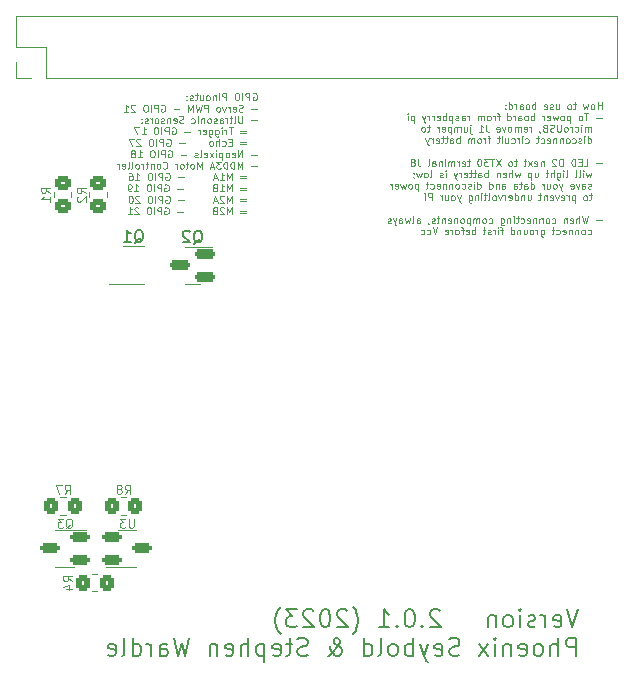
<source format=gbo>
G04 #@! TF.GenerationSoftware,KiCad,Pcbnew,(6.0.7)*
G04 #@! TF.CreationDate,2023-08-05T14:38:37+10:00*
G04 #@! TF.ProjectId,RPI,5250492e-6b69-4636-9164-5f7063625858,rev?*
G04 #@! TF.SameCoordinates,Original*
G04 #@! TF.FileFunction,Legend,Bot*
G04 #@! TF.FilePolarity,Positive*
%FSLAX46Y46*%
G04 Gerber Fmt 4.6, Leading zero omitted, Abs format (unit mm)*
G04 Created by KiCad (PCBNEW (6.0.7)) date 2023-08-05 14:38:37*
%MOMM*%
%LPD*%
G01*
G04 APERTURE LIST*
G04 Aperture macros list*
%AMRoundRect*
0 Rectangle with rounded corners*
0 $1 Rounding radius*
0 $2 $3 $4 $5 $6 $7 $8 $9 X,Y pos of 4 corners*
0 Add a 4 corners polygon primitive as box body*
4,1,4,$2,$3,$4,$5,$6,$7,$8,$9,$2,$3,0*
0 Add four circle primitives for the rounded corners*
1,1,$1+$1,$2,$3*
1,1,$1+$1,$4,$5*
1,1,$1+$1,$6,$7*
1,1,$1+$1,$8,$9*
0 Add four rect primitives between the rounded corners*
20,1,$1+$1,$2,$3,$4,$5,0*
20,1,$1+$1,$4,$5,$6,$7,0*
20,1,$1+$1,$6,$7,$8,$9,0*
20,1,$1+$1,$8,$9,$2,$3,0*%
G04 Aperture macros list end*
%ADD10C,0.100000*%
%ADD11C,0.200000*%
%ADD12C,0.120000*%
%ADD13C,0.150000*%
%ADD14C,2.700000*%
%ADD15C,1.400000*%
%ADD16R,3.500000X3.500000*%
%ADD17C,3.500000*%
%ADD18O,1.700000X1.700000*%
%ADD19R,1.700000X1.700000*%
%ADD20O,1.600000X1.600000*%
%ADD21R,1.600000X1.600000*%
%ADD22R,1.800000X1.800000*%
%ADD23C,1.800000*%
%ADD24R,1.905000X2.000000*%
%ADD25O,1.905000X2.000000*%
%ADD26O,2.000000X1.905000*%
%ADD27C,1.700000*%
%ADD28RoundRect,0.250000X0.450000X-0.350000X0.450000X0.350000X-0.450000X0.350000X-0.450000X-0.350000X0*%
%ADD29RoundRect,0.250000X0.350000X0.450000X-0.350000X0.450000X-0.350000X-0.450000X0.350000X-0.450000X0*%
%ADD30R,1.560000X0.650000*%
%ADD31RoundRect,0.200000X-0.612500X-0.200000X0.612500X-0.200000X0.612500X0.200000X-0.612500X0.200000X0*%
%ADD32RoundRect,0.200000X0.612500X0.200000X-0.612500X0.200000X-0.612500X-0.200000X0.612500X-0.200000X0*%
%ADD33RoundRect,0.200000X0.687500X0.200000X-0.687500X0.200000X-0.687500X-0.200000X0.687500X-0.200000X0*%
%ADD34RoundRect,0.250000X-0.350000X-0.450000X0.350000X-0.450000X0.350000X0.450000X-0.350000X0.450000X0*%
G04 APERTURE END LIST*
D10*
X127112857Y-51435564D02*
X127170000Y-51406992D01*
X127255714Y-51406992D01*
X127341428Y-51435564D01*
X127398571Y-51492706D01*
X127427142Y-51549849D01*
X127455714Y-51664135D01*
X127455714Y-51749849D01*
X127427142Y-51864135D01*
X127398571Y-51921278D01*
X127341428Y-51978421D01*
X127255714Y-52006992D01*
X127198571Y-52006992D01*
X127112857Y-51978421D01*
X127084285Y-51949849D01*
X127084285Y-51749849D01*
X127198571Y-51749849D01*
X126827142Y-52006992D02*
X126827142Y-51406992D01*
X126598571Y-51406992D01*
X126541428Y-51435564D01*
X126512857Y-51464135D01*
X126484285Y-51521278D01*
X126484285Y-51606992D01*
X126512857Y-51664135D01*
X126541428Y-51692706D01*
X126598571Y-51721278D01*
X126827142Y-51721278D01*
X126227142Y-52006992D02*
X126227142Y-51406992D01*
X125827142Y-51406992D02*
X125712857Y-51406992D01*
X125655714Y-51435564D01*
X125598571Y-51492706D01*
X125570000Y-51606992D01*
X125570000Y-51806992D01*
X125598571Y-51921278D01*
X125655714Y-51978421D01*
X125712857Y-52006992D01*
X125827142Y-52006992D01*
X125884285Y-51978421D01*
X125941428Y-51921278D01*
X125970000Y-51806992D01*
X125970000Y-51606992D01*
X125941428Y-51492706D01*
X125884285Y-51435564D01*
X125827142Y-51406992D01*
X124855714Y-52006992D02*
X124855714Y-51406992D01*
X124627142Y-51406992D01*
X124570000Y-51435564D01*
X124541428Y-51464135D01*
X124512857Y-51521278D01*
X124512857Y-51606992D01*
X124541428Y-51664135D01*
X124570000Y-51692706D01*
X124627142Y-51721278D01*
X124855714Y-51721278D01*
X124255714Y-52006992D02*
X124255714Y-51606992D01*
X124255714Y-51406992D02*
X124284285Y-51435564D01*
X124255714Y-51464135D01*
X124227142Y-51435564D01*
X124255714Y-51406992D01*
X124255714Y-51464135D01*
X123970000Y-51606992D02*
X123970000Y-52006992D01*
X123970000Y-51664135D02*
X123941428Y-51635564D01*
X123884285Y-51606992D01*
X123798571Y-51606992D01*
X123741428Y-51635564D01*
X123712857Y-51692706D01*
X123712857Y-52006992D01*
X123341428Y-52006992D02*
X123398571Y-51978421D01*
X123427142Y-51949849D01*
X123455714Y-51892706D01*
X123455714Y-51721278D01*
X123427142Y-51664135D01*
X123398571Y-51635564D01*
X123341428Y-51606992D01*
X123255714Y-51606992D01*
X123198571Y-51635564D01*
X123170000Y-51664135D01*
X123141428Y-51721278D01*
X123141428Y-51892706D01*
X123170000Y-51949849D01*
X123198571Y-51978421D01*
X123255714Y-52006992D01*
X123341428Y-52006992D01*
X122627142Y-51606992D02*
X122627142Y-52006992D01*
X122884285Y-51606992D02*
X122884285Y-51921278D01*
X122855714Y-51978421D01*
X122798571Y-52006992D01*
X122712857Y-52006992D01*
X122655714Y-51978421D01*
X122627142Y-51949849D01*
X122427142Y-51606992D02*
X122198571Y-51606992D01*
X122341428Y-51406992D02*
X122341428Y-51921278D01*
X122312857Y-51978421D01*
X122255714Y-52006992D01*
X122198571Y-52006992D01*
X122027142Y-51978421D02*
X121970000Y-52006992D01*
X121855714Y-52006992D01*
X121798571Y-51978421D01*
X121770000Y-51921278D01*
X121770000Y-51892706D01*
X121798571Y-51835564D01*
X121855714Y-51806992D01*
X121941428Y-51806992D01*
X121998571Y-51778421D01*
X122027142Y-51721278D01*
X122027142Y-51692706D01*
X121998571Y-51635564D01*
X121941428Y-51606992D01*
X121855714Y-51606992D01*
X121798571Y-51635564D01*
X121512857Y-51949849D02*
X121484285Y-51978421D01*
X121512857Y-52006992D01*
X121541428Y-51978421D01*
X121512857Y-51949849D01*
X121512857Y-52006992D01*
X121512857Y-51635564D02*
X121484285Y-51664135D01*
X121512857Y-51692706D01*
X121541428Y-51664135D01*
X121512857Y-51635564D01*
X121512857Y-51692706D01*
X127427142Y-52744421D02*
X126970000Y-52744421D01*
X126255714Y-52944421D02*
X126170000Y-52972992D01*
X126027142Y-52972992D01*
X125970000Y-52944421D01*
X125941428Y-52915849D01*
X125912857Y-52858706D01*
X125912857Y-52801564D01*
X125941428Y-52744421D01*
X125970000Y-52715849D01*
X126027142Y-52687278D01*
X126141428Y-52658706D01*
X126198571Y-52630135D01*
X126227142Y-52601564D01*
X126255714Y-52544421D01*
X126255714Y-52487278D01*
X126227142Y-52430135D01*
X126198571Y-52401564D01*
X126141428Y-52372992D01*
X125998571Y-52372992D01*
X125912857Y-52401564D01*
X125427142Y-52944421D02*
X125484285Y-52972992D01*
X125598571Y-52972992D01*
X125655714Y-52944421D01*
X125684285Y-52887278D01*
X125684285Y-52658706D01*
X125655714Y-52601564D01*
X125598571Y-52572992D01*
X125484285Y-52572992D01*
X125427142Y-52601564D01*
X125398571Y-52658706D01*
X125398571Y-52715849D01*
X125684285Y-52772992D01*
X125141428Y-52972992D02*
X125141428Y-52572992D01*
X125141428Y-52687278D02*
X125112857Y-52630135D01*
X125084285Y-52601564D01*
X125027142Y-52572992D01*
X124970000Y-52572992D01*
X124827142Y-52572992D02*
X124684285Y-52972992D01*
X124541428Y-52572992D01*
X124227142Y-52972992D02*
X124284285Y-52944421D01*
X124312857Y-52915849D01*
X124341428Y-52858706D01*
X124341428Y-52687278D01*
X124312857Y-52630135D01*
X124284285Y-52601564D01*
X124227142Y-52572992D01*
X124141428Y-52572992D01*
X124084285Y-52601564D01*
X124055714Y-52630135D01*
X124027142Y-52687278D01*
X124027142Y-52858706D01*
X124055714Y-52915849D01*
X124084285Y-52944421D01*
X124141428Y-52972992D01*
X124227142Y-52972992D01*
X123312857Y-52972992D02*
X123312857Y-52372992D01*
X123084285Y-52372992D01*
X123027142Y-52401564D01*
X122998571Y-52430135D01*
X122970000Y-52487278D01*
X122970000Y-52572992D01*
X122998571Y-52630135D01*
X123027142Y-52658706D01*
X123084285Y-52687278D01*
X123312857Y-52687278D01*
X122770000Y-52372992D02*
X122627142Y-52972992D01*
X122512857Y-52544421D01*
X122398571Y-52972992D01*
X122255714Y-52372992D01*
X122027142Y-52972992D02*
X122027142Y-52372992D01*
X121827142Y-52801564D01*
X121627142Y-52372992D01*
X121627142Y-52972992D01*
X120884285Y-52744421D02*
X120427142Y-52744421D01*
X119370000Y-52401564D02*
X119427142Y-52372992D01*
X119512857Y-52372992D01*
X119598571Y-52401564D01*
X119655714Y-52458706D01*
X119684285Y-52515849D01*
X119712857Y-52630135D01*
X119712857Y-52715849D01*
X119684285Y-52830135D01*
X119655714Y-52887278D01*
X119598571Y-52944421D01*
X119512857Y-52972992D01*
X119455714Y-52972992D01*
X119370000Y-52944421D01*
X119341428Y-52915849D01*
X119341428Y-52715849D01*
X119455714Y-52715849D01*
X119084285Y-52972992D02*
X119084285Y-52372992D01*
X118855714Y-52372992D01*
X118798571Y-52401564D01*
X118770000Y-52430135D01*
X118741428Y-52487278D01*
X118741428Y-52572992D01*
X118770000Y-52630135D01*
X118798571Y-52658706D01*
X118855714Y-52687278D01*
X119084285Y-52687278D01*
X118484285Y-52972992D02*
X118484285Y-52372992D01*
X118084285Y-52372992D02*
X117970000Y-52372992D01*
X117912857Y-52401564D01*
X117855714Y-52458706D01*
X117827142Y-52572992D01*
X117827142Y-52772992D01*
X117855714Y-52887278D01*
X117912857Y-52944421D01*
X117970000Y-52972992D01*
X118084285Y-52972992D01*
X118141428Y-52944421D01*
X118198571Y-52887278D01*
X118227142Y-52772992D01*
X118227142Y-52572992D01*
X118198571Y-52458706D01*
X118141428Y-52401564D01*
X118084285Y-52372992D01*
X117141428Y-52430135D02*
X117112857Y-52401564D01*
X117055714Y-52372992D01*
X116912857Y-52372992D01*
X116855714Y-52401564D01*
X116827142Y-52430135D01*
X116798571Y-52487278D01*
X116798571Y-52544421D01*
X116827142Y-52630135D01*
X117170000Y-52972992D01*
X116798571Y-52972992D01*
X116227142Y-52972992D02*
X116570000Y-52972992D01*
X116398571Y-52972992D02*
X116398571Y-52372992D01*
X116455714Y-52458706D01*
X116512857Y-52515849D01*
X116570000Y-52544421D01*
X127427142Y-53710421D02*
X126970000Y-53710421D01*
X126227142Y-53338992D02*
X126227142Y-53824706D01*
X126198571Y-53881849D01*
X126170000Y-53910421D01*
X126112857Y-53938992D01*
X125998571Y-53938992D01*
X125941428Y-53910421D01*
X125912857Y-53881849D01*
X125884285Y-53824706D01*
X125884285Y-53338992D01*
X125512857Y-53938992D02*
X125570000Y-53910421D01*
X125598571Y-53853278D01*
X125598571Y-53338992D01*
X125370000Y-53538992D02*
X125141428Y-53538992D01*
X125284285Y-53338992D02*
X125284285Y-53853278D01*
X125255714Y-53910421D01*
X125198571Y-53938992D01*
X125141428Y-53938992D01*
X124941428Y-53938992D02*
X124941428Y-53538992D01*
X124941428Y-53653278D02*
X124912857Y-53596135D01*
X124884285Y-53567564D01*
X124827142Y-53538992D01*
X124770000Y-53538992D01*
X124312857Y-53938992D02*
X124312857Y-53624706D01*
X124341428Y-53567564D01*
X124398571Y-53538992D01*
X124512857Y-53538992D01*
X124570000Y-53567564D01*
X124312857Y-53910421D02*
X124370000Y-53938992D01*
X124512857Y-53938992D01*
X124570000Y-53910421D01*
X124598571Y-53853278D01*
X124598571Y-53796135D01*
X124570000Y-53738992D01*
X124512857Y-53710421D01*
X124370000Y-53710421D01*
X124312857Y-53681849D01*
X124055714Y-53910421D02*
X123998571Y-53938992D01*
X123884285Y-53938992D01*
X123827142Y-53910421D01*
X123798571Y-53853278D01*
X123798571Y-53824706D01*
X123827142Y-53767564D01*
X123884285Y-53738992D01*
X123970000Y-53738992D01*
X124027142Y-53710421D01*
X124055714Y-53653278D01*
X124055714Y-53624706D01*
X124027142Y-53567564D01*
X123970000Y-53538992D01*
X123884285Y-53538992D01*
X123827142Y-53567564D01*
X123455714Y-53938992D02*
X123512857Y-53910421D01*
X123541428Y-53881849D01*
X123570000Y-53824706D01*
X123570000Y-53653278D01*
X123541428Y-53596135D01*
X123512857Y-53567564D01*
X123455714Y-53538992D01*
X123370000Y-53538992D01*
X123312857Y-53567564D01*
X123284285Y-53596135D01*
X123255714Y-53653278D01*
X123255714Y-53824706D01*
X123284285Y-53881849D01*
X123312857Y-53910421D01*
X123370000Y-53938992D01*
X123455714Y-53938992D01*
X122998571Y-53538992D02*
X122998571Y-53938992D01*
X122998571Y-53596135D02*
X122970000Y-53567564D01*
X122912857Y-53538992D01*
X122827142Y-53538992D01*
X122770000Y-53567564D01*
X122741428Y-53624706D01*
X122741428Y-53938992D01*
X122455714Y-53938992D02*
X122455714Y-53538992D01*
X122455714Y-53338992D02*
X122484285Y-53367564D01*
X122455714Y-53396135D01*
X122427142Y-53367564D01*
X122455714Y-53338992D01*
X122455714Y-53396135D01*
X121912857Y-53910421D02*
X121970000Y-53938992D01*
X122084285Y-53938992D01*
X122141428Y-53910421D01*
X122170000Y-53881849D01*
X122198571Y-53824706D01*
X122198571Y-53653278D01*
X122170000Y-53596135D01*
X122141428Y-53567564D01*
X122084285Y-53538992D01*
X121970000Y-53538992D01*
X121912857Y-53567564D01*
X121227142Y-53910421D02*
X121141428Y-53938992D01*
X120998571Y-53938992D01*
X120941428Y-53910421D01*
X120912857Y-53881849D01*
X120884285Y-53824706D01*
X120884285Y-53767564D01*
X120912857Y-53710421D01*
X120941428Y-53681849D01*
X120998571Y-53653278D01*
X121112857Y-53624706D01*
X121170000Y-53596135D01*
X121198571Y-53567564D01*
X121227142Y-53510421D01*
X121227142Y-53453278D01*
X121198571Y-53396135D01*
X121170000Y-53367564D01*
X121112857Y-53338992D01*
X120970000Y-53338992D01*
X120884285Y-53367564D01*
X120398571Y-53910421D02*
X120455714Y-53938992D01*
X120570000Y-53938992D01*
X120627142Y-53910421D01*
X120655714Y-53853278D01*
X120655714Y-53624706D01*
X120627142Y-53567564D01*
X120570000Y-53538992D01*
X120455714Y-53538992D01*
X120398571Y-53567564D01*
X120370000Y-53624706D01*
X120370000Y-53681849D01*
X120655714Y-53738992D01*
X120112857Y-53538992D02*
X120112857Y-53938992D01*
X120112857Y-53596135D02*
X120084285Y-53567564D01*
X120027142Y-53538992D01*
X119941428Y-53538992D01*
X119884285Y-53567564D01*
X119855714Y-53624706D01*
X119855714Y-53938992D01*
X119598571Y-53910421D02*
X119541428Y-53938992D01*
X119427142Y-53938992D01*
X119370000Y-53910421D01*
X119341428Y-53853278D01*
X119341428Y-53824706D01*
X119370000Y-53767564D01*
X119427142Y-53738992D01*
X119512857Y-53738992D01*
X119570000Y-53710421D01*
X119598571Y-53653278D01*
X119598571Y-53624706D01*
X119570000Y-53567564D01*
X119512857Y-53538992D01*
X119427142Y-53538992D01*
X119370000Y-53567564D01*
X118998571Y-53938992D02*
X119055714Y-53910421D01*
X119084285Y-53881849D01*
X119112857Y-53824706D01*
X119112857Y-53653278D01*
X119084285Y-53596135D01*
X119055714Y-53567564D01*
X118998571Y-53538992D01*
X118912857Y-53538992D01*
X118855714Y-53567564D01*
X118827142Y-53596135D01*
X118798571Y-53653278D01*
X118798571Y-53824706D01*
X118827142Y-53881849D01*
X118855714Y-53910421D01*
X118912857Y-53938992D01*
X118998571Y-53938992D01*
X118541428Y-53938992D02*
X118541428Y-53538992D01*
X118541428Y-53653278D02*
X118512857Y-53596135D01*
X118484285Y-53567564D01*
X118427142Y-53538992D01*
X118370000Y-53538992D01*
X118198571Y-53910421D02*
X118141428Y-53938992D01*
X118027142Y-53938992D01*
X117970000Y-53910421D01*
X117941428Y-53853278D01*
X117941428Y-53824706D01*
X117970000Y-53767564D01*
X118027142Y-53738992D01*
X118112857Y-53738992D01*
X118170000Y-53710421D01*
X118198571Y-53653278D01*
X118198571Y-53624706D01*
X118170000Y-53567564D01*
X118112857Y-53538992D01*
X118027142Y-53538992D01*
X117970000Y-53567564D01*
X117684285Y-53881849D02*
X117655714Y-53910421D01*
X117684285Y-53938992D01*
X117712857Y-53910421D01*
X117684285Y-53881849D01*
X117684285Y-53938992D01*
X117684285Y-53567564D02*
X117655714Y-53596135D01*
X117684285Y-53624706D01*
X117712857Y-53596135D01*
X117684285Y-53567564D01*
X117684285Y-53624706D01*
X126512857Y-54590706D02*
X126055714Y-54590706D01*
X126055714Y-54762135D02*
X126512857Y-54762135D01*
X125398571Y-54304992D02*
X125055714Y-54304992D01*
X125227142Y-54904992D02*
X125227142Y-54304992D01*
X124855714Y-54904992D02*
X124855714Y-54504992D01*
X124855714Y-54619278D02*
X124827142Y-54562135D01*
X124798571Y-54533564D01*
X124741428Y-54504992D01*
X124684285Y-54504992D01*
X124484285Y-54904992D02*
X124484285Y-54504992D01*
X124484285Y-54304992D02*
X124512857Y-54333564D01*
X124484285Y-54362135D01*
X124455714Y-54333564D01*
X124484285Y-54304992D01*
X124484285Y-54362135D01*
X123941428Y-54504992D02*
X123941428Y-54990706D01*
X123970000Y-55047849D01*
X123998571Y-55076421D01*
X124055714Y-55104992D01*
X124141428Y-55104992D01*
X124198571Y-55076421D01*
X123941428Y-54876421D02*
X123998571Y-54904992D01*
X124112857Y-54904992D01*
X124170000Y-54876421D01*
X124198571Y-54847849D01*
X124227142Y-54790706D01*
X124227142Y-54619278D01*
X124198571Y-54562135D01*
X124170000Y-54533564D01*
X124112857Y-54504992D01*
X123998571Y-54504992D01*
X123941428Y-54533564D01*
X123398571Y-54504992D02*
X123398571Y-54990706D01*
X123427142Y-55047849D01*
X123455714Y-55076421D01*
X123512857Y-55104992D01*
X123598571Y-55104992D01*
X123655714Y-55076421D01*
X123398571Y-54876421D02*
X123455714Y-54904992D01*
X123570000Y-54904992D01*
X123627142Y-54876421D01*
X123655714Y-54847849D01*
X123684285Y-54790706D01*
X123684285Y-54619278D01*
X123655714Y-54562135D01*
X123627142Y-54533564D01*
X123570000Y-54504992D01*
X123455714Y-54504992D01*
X123398571Y-54533564D01*
X122884285Y-54876421D02*
X122941428Y-54904992D01*
X123055714Y-54904992D01*
X123112857Y-54876421D01*
X123141428Y-54819278D01*
X123141428Y-54590706D01*
X123112857Y-54533564D01*
X123055714Y-54504992D01*
X122941428Y-54504992D01*
X122884285Y-54533564D01*
X122855714Y-54590706D01*
X122855714Y-54647849D01*
X123141428Y-54704992D01*
X122598571Y-54904992D02*
X122598571Y-54504992D01*
X122598571Y-54619278D02*
X122570000Y-54562135D01*
X122541428Y-54533564D01*
X122484285Y-54504992D01*
X122427142Y-54504992D01*
X121770000Y-54676421D02*
X121312857Y-54676421D01*
X120255714Y-54333564D02*
X120312857Y-54304992D01*
X120398571Y-54304992D01*
X120484285Y-54333564D01*
X120541428Y-54390706D01*
X120570000Y-54447849D01*
X120598571Y-54562135D01*
X120598571Y-54647849D01*
X120570000Y-54762135D01*
X120541428Y-54819278D01*
X120484285Y-54876421D01*
X120398571Y-54904992D01*
X120341428Y-54904992D01*
X120255714Y-54876421D01*
X120227142Y-54847849D01*
X120227142Y-54647849D01*
X120341428Y-54647849D01*
X119970000Y-54904992D02*
X119970000Y-54304992D01*
X119741428Y-54304992D01*
X119684285Y-54333564D01*
X119655714Y-54362135D01*
X119627142Y-54419278D01*
X119627142Y-54504992D01*
X119655714Y-54562135D01*
X119684285Y-54590706D01*
X119741428Y-54619278D01*
X119970000Y-54619278D01*
X119370000Y-54904992D02*
X119370000Y-54304992D01*
X118970000Y-54304992D02*
X118855714Y-54304992D01*
X118798571Y-54333564D01*
X118741428Y-54390706D01*
X118712857Y-54504992D01*
X118712857Y-54704992D01*
X118741428Y-54819278D01*
X118798571Y-54876421D01*
X118855714Y-54904992D01*
X118970000Y-54904992D01*
X119027142Y-54876421D01*
X119084285Y-54819278D01*
X119112857Y-54704992D01*
X119112857Y-54504992D01*
X119084285Y-54390706D01*
X119027142Y-54333564D01*
X118970000Y-54304992D01*
X117684285Y-54904992D02*
X118027142Y-54904992D01*
X117855714Y-54904992D02*
X117855714Y-54304992D01*
X117912857Y-54390706D01*
X117970000Y-54447849D01*
X118027142Y-54476421D01*
X117484285Y-54304992D02*
X117084285Y-54304992D01*
X117341428Y-54904992D01*
X126512857Y-55556706D02*
X126055714Y-55556706D01*
X126055714Y-55728135D02*
X126512857Y-55728135D01*
X125312857Y-55556706D02*
X125112857Y-55556706D01*
X125027142Y-55870992D02*
X125312857Y-55870992D01*
X125312857Y-55270992D01*
X125027142Y-55270992D01*
X124512857Y-55842421D02*
X124570000Y-55870992D01*
X124684285Y-55870992D01*
X124741428Y-55842421D01*
X124770000Y-55813849D01*
X124798571Y-55756706D01*
X124798571Y-55585278D01*
X124770000Y-55528135D01*
X124741428Y-55499564D01*
X124684285Y-55470992D01*
X124570000Y-55470992D01*
X124512857Y-55499564D01*
X124255714Y-55870992D02*
X124255714Y-55270992D01*
X123998571Y-55870992D02*
X123998571Y-55556706D01*
X124027142Y-55499564D01*
X124084285Y-55470992D01*
X124170000Y-55470992D01*
X124227142Y-55499564D01*
X124255714Y-55528135D01*
X123627142Y-55870992D02*
X123684285Y-55842421D01*
X123712857Y-55813849D01*
X123741428Y-55756706D01*
X123741428Y-55585278D01*
X123712857Y-55528135D01*
X123684285Y-55499564D01*
X123627142Y-55470992D01*
X123541428Y-55470992D01*
X123484285Y-55499564D01*
X123455714Y-55528135D01*
X123427142Y-55585278D01*
X123427142Y-55756706D01*
X123455714Y-55813849D01*
X123484285Y-55842421D01*
X123541428Y-55870992D01*
X123627142Y-55870992D01*
X121341428Y-55642421D02*
X120884285Y-55642421D01*
X119827142Y-55299564D02*
X119884285Y-55270992D01*
X119970000Y-55270992D01*
X120055714Y-55299564D01*
X120112857Y-55356706D01*
X120141428Y-55413849D01*
X120170000Y-55528135D01*
X120170000Y-55613849D01*
X120141428Y-55728135D01*
X120112857Y-55785278D01*
X120055714Y-55842421D01*
X119970000Y-55870992D01*
X119912857Y-55870992D01*
X119827142Y-55842421D01*
X119798571Y-55813849D01*
X119798571Y-55613849D01*
X119912857Y-55613849D01*
X119541428Y-55870992D02*
X119541428Y-55270992D01*
X119312857Y-55270992D01*
X119255714Y-55299564D01*
X119227142Y-55328135D01*
X119198571Y-55385278D01*
X119198571Y-55470992D01*
X119227142Y-55528135D01*
X119255714Y-55556706D01*
X119312857Y-55585278D01*
X119541428Y-55585278D01*
X118941428Y-55870992D02*
X118941428Y-55270992D01*
X118541428Y-55270992D02*
X118427142Y-55270992D01*
X118370000Y-55299564D01*
X118312857Y-55356706D01*
X118284285Y-55470992D01*
X118284285Y-55670992D01*
X118312857Y-55785278D01*
X118370000Y-55842421D01*
X118427142Y-55870992D01*
X118541428Y-55870992D01*
X118598571Y-55842421D01*
X118655714Y-55785278D01*
X118684285Y-55670992D01*
X118684285Y-55470992D01*
X118655714Y-55356706D01*
X118598571Y-55299564D01*
X118541428Y-55270992D01*
X117598571Y-55328135D02*
X117570000Y-55299564D01*
X117512857Y-55270992D01*
X117370000Y-55270992D01*
X117312857Y-55299564D01*
X117284285Y-55328135D01*
X117255714Y-55385278D01*
X117255714Y-55442421D01*
X117284285Y-55528135D01*
X117627142Y-55870992D01*
X117255714Y-55870992D01*
X117055714Y-55270992D02*
X116655714Y-55270992D01*
X116912857Y-55870992D01*
X127427142Y-56608421D02*
X126970000Y-56608421D01*
X126227142Y-56836992D02*
X126227142Y-56236992D01*
X125884285Y-56836992D01*
X125884285Y-56236992D01*
X125370000Y-56808421D02*
X125427142Y-56836992D01*
X125541428Y-56836992D01*
X125598571Y-56808421D01*
X125627142Y-56751278D01*
X125627142Y-56522706D01*
X125598571Y-56465564D01*
X125541428Y-56436992D01*
X125427142Y-56436992D01*
X125370000Y-56465564D01*
X125341428Y-56522706D01*
X125341428Y-56579849D01*
X125627142Y-56636992D01*
X124998571Y-56836992D02*
X125055714Y-56808421D01*
X125084285Y-56779849D01*
X125112857Y-56722706D01*
X125112857Y-56551278D01*
X125084285Y-56494135D01*
X125055714Y-56465564D01*
X124998571Y-56436992D01*
X124912857Y-56436992D01*
X124855714Y-56465564D01*
X124827142Y-56494135D01*
X124798571Y-56551278D01*
X124798571Y-56722706D01*
X124827142Y-56779849D01*
X124855714Y-56808421D01*
X124912857Y-56836992D01*
X124998571Y-56836992D01*
X124541428Y-56436992D02*
X124541428Y-57036992D01*
X124541428Y-56465564D02*
X124484285Y-56436992D01*
X124370000Y-56436992D01*
X124312857Y-56465564D01*
X124284285Y-56494135D01*
X124255714Y-56551278D01*
X124255714Y-56722706D01*
X124284285Y-56779849D01*
X124312857Y-56808421D01*
X124370000Y-56836992D01*
X124484285Y-56836992D01*
X124541428Y-56808421D01*
X123998571Y-56836992D02*
X123998571Y-56436992D01*
X123998571Y-56236992D02*
X124027142Y-56265564D01*
X123998571Y-56294135D01*
X123970000Y-56265564D01*
X123998571Y-56236992D01*
X123998571Y-56294135D01*
X123770000Y-56836992D02*
X123455714Y-56436992D01*
X123770000Y-56436992D02*
X123455714Y-56836992D01*
X122998571Y-56808421D02*
X123055714Y-56836992D01*
X123170000Y-56836992D01*
X123227142Y-56808421D01*
X123255714Y-56751278D01*
X123255714Y-56522706D01*
X123227142Y-56465564D01*
X123170000Y-56436992D01*
X123055714Y-56436992D01*
X122998571Y-56465564D01*
X122970000Y-56522706D01*
X122970000Y-56579849D01*
X123255714Y-56636992D01*
X122627142Y-56836992D02*
X122684285Y-56808421D01*
X122712857Y-56751278D01*
X122712857Y-56236992D01*
X122427142Y-56808421D02*
X122370000Y-56836992D01*
X122255714Y-56836992D01*
X122198571Y-56808421D01*
X122170000Y-56751278D01*
X122170000Y-56722706D01*
X122198571Y-56665564D01*
X122255714Y-56636992D01*
X122341428Y-56636992D01*
X122398571Y-56608421D01*
X122427142Y-56551278D01*
X122427142Y-56522706D01*
X122398571Y-56465564D01*
X122341428Y-56436992D01*
X122255714Y-56436992D01*
X122198571Y-56465564D01*
X121455714Y-56608421D02*
X120998571Y-56608421D01*
X119941428Y-56265564D02*
X119998571Y-56236992D01*
X120084285Y-56236992D01*
X120170000Y-56265564D01*
X120227142Y-56322706D01*
X120255714Y-56379849D01*
X120284285Y-56494135D01*
X120284285Y-56579849D01*
X120255714Y-56694135D01*
X120227142Y-56751278D01*
X120170000Y-56808421D01*
X120084285Y-56836992D01*
X120027142Y-56836992D01*
X119941428Y-56808421D01*
X119912857Y-56779849D01*
X119912857Y-56579849D01*
X120027142Y-56579849D01*
X119655714Y-56836992D02*
X119655714Y-56236992D01*
X119427142Y-56236992D01*
X119370000Y-56265564D01*
X119341428Y-56294135D01*
X119312857Y-56351278D01*
X119312857Y-56436992D01*
X119341428Y-56494135D01*
X119370000Y-56522706D01*
X119427142Y-56551278D01*
X119655714Y-56551278D01*
X119055714Y-56836992D02*
X119055714Y-56236992D01*
X118655714Y-56236992D02*
X118541428Y-56236992D01*
X118484285Y-56265564D01*
X118427142Y-56322706D01*
X118398571Y-56436992D01*
X118398571Y-56636992D01*
X118427142Y-56751278D01*
X118484285Y-56808421D01*
X118541428Y-56836992D01*
X118655714Y-56836992D01*
X118712857Y-56808421D01*
X118770000Y-56751278D01*
X118798571Y-56636992D01*
X118798571Y-56436992D01*
X118770000Y-56322706D01*
X118712857Y-56265564D01*
X118655714Y-56236992D01*
X117370000Y-56836992D02*
X117712857Y-56836992D01*
X117541428Y-56836992D02*
X117541428Y-56236992D01*
X117598571Y-56322706D01*
X117655714Y-56379849D01*
X117712857Y-56408421D01*
X117027142Y-56494135D02*
X117084285Y-56465564D01*
X117112857Y-56436992D01*
X117141428Y-56379849D01*
X117141428Y-56351278D01*
X117112857Y-56294135D01*
X117084285Y-56265564D01*
X117027142Y-56236992D01*
X116912857Y-56236992D01*
X116855714Y-56265564D01*
X116827142Y-56294135D01*
X116798571Y-56351278D01*
X116798571Y-56379849D01*
X116827142Y-56436992D01*
X116855714Y-56465564D01*
X116912857Y-56494135D01*
X117027142Y-56494135D01*
X117084285Y-56522706D01*
X117112857Y-56551278D01*
X117141428Y-56608421D01*
X117141428Y-56722706D01*
X117112857Y-56779849D01*
X117084285Y-56808421D01*
X117027142Y-56836992D01*
X116912857Y-56836992D01*
X116855714Y-56808421D01*
X116827142Y-56779849D01*
X116798571Y-56722706D01*
X116798571Y-56608421D01*
X116827142Y-56551278D01*
X116855714Y-56522706D01*
X116912857Y-56494135D01*
X127427142Y-57574421D02*
X126970000Y-57574421D01*
X126227142Y-57802992D02*
X126227142Y-57202992D01*
X126027142Y-57631564D01*
X125827142Y-57202992D01*
X125827142Y-57802992D01*
X125541428Y-57802992D02*
X125541428Y-57202992D01*
X125398571Y-57202992D01*
X125312857Y-57231564D01*
X125255714Y-57288706D01*
X125227142Y-57345849D01*
X125198571Y-57460135D01*
X125198571Y-57545849D01*
X125227142Y-57660135D01*
X125255714Y-57717278D01*
X125312857Y-57774421D01*
X125398571Y-57802992D01*
X125541428Y-57802992D01*
X124941428Y-57802992D02*
X124941428Y-57202992D01*
X124798571Y-57202992D01*
X124712857Y-57231564D01*
X124655714Y-57288706D01*
X124627142Y-57345849D01*
X124598571Y-57460135D01*
X124598571Y-57545849D01*
X124627142Y-57660135D01*
X124655714Y-57717278D01*
X124712857Y-57774421D01*
X124798571Y-57802992D01*
X124941428Y-57802992D01*
X124398571Y-57202992D02*
X124027142Y-57202992D01*
X124227142Y-57431564D01*
X124141428Y-57431564D01*
X124084285Y-57460135D01*
X124055714Y-57488706D01*
X124027142Y-57545849D01*
X124027142Y-57688706D01*
X124055714Y-57745849D01*
X124084285Y-57774421D01*
X124141428Y-57802992D01*
X124312857Y-57802992D01*
X124370000Y-57774421D01*
X124398571Y-57745849D01*
X123798571Y-57631564D02*
X123512857Y-57631564D01*
X123855714Y-57802992D02*
X123655714Y-57202992D01*
X123455714Y-57802992D01*
X122798571Y-57802992D02*
X122798571Y-57202992D01*
X122598571Y-57631564D01*
X122398571Y-57202992D01*
X122398571Y-57802992D01*
X122027142Y-57802992D02*
X122084285Y-57774421D01*
X122112857Y-57745849D01*
X122141428Y-57688706D01*
X122141428Y-57517278D01*
X122112857Y-57460135D01*
X122084285Y-57431564D01*
X122027142Y-57402992D01*
X121941428Y-57402992D01*
X121884285Y-57431564D01*
X121855714Y-57460135D01*
X121827142Y-57517278D01*
X121827142Y-57688706D01*
X121855714Y-57745849D01*
X121884285Y-57774421D01*
X121941428Y-57802992D01*
X122027142Y-57802992D01*
X121655714Y-57402992D02*
X121427142Y-57402992D01*
X121570000Y-57202992D02*
X121570000Y-57717278D01*
X121541428Y-57774421D01*
X121484285Y-57802992D01*
X121427142Y-57802992D01*
X121141428Y-57802992D02*
X121198571Y-57774421D01*
X121227142Y-57745849D01*
X121255714Y-57688706D01*
X121255714Y-57517278D01*
X121227142Y-57460135D01*
X121198571Y-57431564D01*
X121141428Y-57402992D01*
X121055714Y-57402992D01*
X120998571Y-57431564D01*
X120970000Y-57460135D01*
X120941428Y-57517278D01*
X120941428Y-57688706D01*
X120970000Y-57745849D01*
X120998571Y-57774421D01*
X121055714Y-57802992D01*
X121141428Y-57802992D01*
X120684285Y-57802992D02*
X120684285Y-57402992D01*
X120684285Y-57517278D02*
X120655714Y-57460135D01*
X120627142Y-57431564D01*
X120570000Y-57402992D01*
X120512857Y-57402992D01*
X119512857Y-57745849D02*
X119541428Y-57774421D01*
X119627142Y-57802992D01*
X119684285Y-57802992D01*
X119770000Y-57774421D01*
X119827142Y-57717278D01*
X119855714Y-57660135D01*
X119884285Y-57545849D01*
X119884285Y-57460135D01*
X119855714Y-57345849D01*
X119827142Y-57288706D01*
X119770000Y-57231564D01*
X119684285Y-57202992D01*
X119627142Y-57202992D01*
X119541428Y-57231564D01*
X119512857Y-57260135D01*
X119170000Y-57802992D02*
X119227142Y-57774421D01*
X119255714Y-57745849D01*
X119284285Y-57688706D01*
X119284285Y-57517278D01*
X119255714Y-57460135D01*
X119227142Y-57431564D01*
X119170000Y-57402992D01*
X119084285Y-57402992D01*
X119027142Y-57431564D01*
X118998571Y-57460135D01*
X118970000Y-57517278D01*
X118970000Y-57688706D01*
X118998571Y-57745849D01*
X119027142Y-57774421D01*
X119084285Y-57802992D01*
X119170000Y-57802992D01*
X118712857Y-57402992D02*
X118712857Y-57802992D01*
X118712857Y-57460135D02*
X118684285Y-57431564D01*
X118627142Y-57402992D01*
X118541428Y-57402992D01*
X118484285Y-57431564D01*
X118455714Y-57488706D01*
X118455714Y-57802992D01*
X118255714Y-57402992D02*
X118027142Y-57402992D01*
X118170000Y-57202992D02*
X118170000Y-57717278D01*
X118141428Y-57774421D01*
X118084285Y-57802992D01*
X118027142Y-57802992D01*
X117827142Y-57802992D02*
X117827142Y-57402992D01*
X117827142Y-57517278D02*
X117798571Y-57460135D01*
X117770000Y-57431564D01*
X117712857Y-57402992D01*
X117655714Y-57402992D01*
X117370000Y-57802992D02*
X117427142Y-57774421D01*
X117455714Y-57745849D01*
X117484285Y-57688706D01*
X117484285Y-57517278D01*
X117455714Y-57460135D01*
X117427142Y-57431564D01*
X117370000Y-57402992D01*
X117284285Y-57402992D01*
X117227142Y-57431564D01*
X117198571Y-57460135D01*
X117170000Y-57517278D01*
X117170000Y-57688706D01*
X117198571Y-57745849D01*
X117227142Y-57774421D01*
X117284285Y-57802992D01*
X117370000Y-57802992D01*
X116827142Y-57802992D02*
X116884285Y-57774421D01*
X116912857Y-57717278D01*
X116912857Y-57202992D01*
X116512857Y-57802992D02*
X116570000Y-57774421D01*
X116598571Y-57717278D01*
X116598571Y-57202992D01*
X116055714Y-57774421D02*
X116112857Y-57802992D01*
X116227142Y-57802992D01*
X116284285Y-57774421D01*
X116312857Y-57717278D01*
X116312857Y-57488706D01*
X116284285Y-57431564D01*
X116227142Y-57402992D01*
X116112857Y-57402992D01*
X116055714Y-57431564D01*
X116027142Y-57488706D01*
X116027142Y-57545849D01*
X116312857Y-57602992D01*
X115770000Y-57802992D02*
X115770000Y-57402992D01*
X115770000Y-57517278D02*
X115741428Y-57460135D01*
X115712857Y-57431564D01*
X115655714Y-57402992D01*
X115598571Y-57402992D01*
X126512857Y-58454706D02*
X126055714Y-58454706D01*
X126055714Y-58626135D02*
X126512857Y-58626135D01*
X125312857Y-58768992D02*
X125312857Y-58168992D01*
X125112857Y-58597564D01*
X124912857Y-58168992D01*
X124912857Y-58768992D01*
X124312857Y-58768992D02*
X124655714Y-58768992D01*
X124484285Y-58768992D02*
X124484285Y-58168992D01*
X124541428Y-58254706D01*
X124598571Y-58311849D01*
X124655714Y-58340421D01*
X124084285Y-58597564D02*
X123798571Y-58597564D01*
X124141428Y-58768992D02*
X123941428Y-58168992D01*
X123741428Y-58768992D01*
X121255714Y-58540421D02*
X120798571Y-58540421D01*
X119741428Y-58197564D02*
X119798571Y-58168992D01*
X119884285Y-58168992D01*
X119970000Y-58197564D01*
X120027142Y-58254706D01*
X120055714Y-58311849D01*
X120084285Y-58426135D01*
X120084285Y-58511849D01*
X120055714Y-58626135D01*
X120027142Y-58683278D01*
X119970000Y-58740421D01*
X119884285Y-58768992D01*
X119827142Y-58768992D01*
X119741428Y-58740421D01*
X119712857Y-58711849D01*
X119712857Y-58511849D01*
X119827142Y-58511849D01*
X119455714Y-58768992D02*
X119455714Y-58168992D01*
X119227142Y-58168992D01*
X119170000Y-58197564D01*
X119141428Y-58226135D01*
X119112857Y-58283278D01*
X119112857Y-58368992D01*
X119141428Y-58426135D01*
X119170000Y-58454706D01*
X119227142Y-58483278D01*
X119455714Y-58483278D01*
X118855714Y-58768992D02*
X118855714Y-58168992D01*
X118455714Y-58168992D02*
X118341428Y-58168992D01*
X118284285Y-58197564D01*
X118227142Y-58254706D01*
X118198571Y-58368992D01*
X118198571Y-58568992D01*
X118227142Y-58683278D01*
X118284285Y-58740421D01*
X118341428Y-58768992D01*
X118455714Y-58768992D01*
X118512857Y-58740421D01*
X118570000Y-58683278D01*
X118598571Y-58568992D01*
X118598571Y-58368992D01*
X118570000Y-58254706D01*
X118512857Y-58197564D01*
X118455714Y-58168992D01*
X117170000Y-58768992D02*
X117512857Y-58768992D01*
X117341428Y-58768992D02*
X117341428Y-58168992D01*
X117398571Y-58254706D01*
X117455714Y-58311849D01*
X117512857Y-58340421D01*
X116655714Y-58168992D02*
X116770000Y-58168992D01*
X116827142Y-58197564D01*
X116855714Y-58226135D01*
X116912857Y-58311849D01*
X116941428Y-58426135D01*
X116941428Y-58654706D01*
X116912857Y-58711849D01*
X116884285Y-58740421D01*
X116827142Y-58768992D01*
X116712857Y-58768992D01*
X116655714Y-58740421D01*
X116627142Y-58711849D01*
X116598571Y-58654706D01*
X116598571Y-58511849D01*
X116627142Y-58454706D01*
X116655714Y-58426135D01*
X116712857Y-58397564D01*
X116827142Y-58397564D01*
X116884285Y-58426135D01*
X116912857Y-58454706D01*
X116941428Y-58511849D01*
X126512857Y-59420706D02*
X126055714Y-59420706D01*
X126055714Y-59592135D02*
X126512857Y-59592135D01*
X125312857Y-59734992D02*
X125312857Y-59134992D01*
X125112857Y-59563564D01*
X124912857Y-59134992D01*
X124912857Y-59734992D01*
X124312857Y-59734992D02*
X124655714Y-59734992D01*
X124484285Y-59734992D02*
X124484285Y-59134992D01*
X124541428Y-59220706D01*
X124598571Y-59277849D01*
X124655714Y-59306421D01*
X123855714Y-59420706D02*
X123770000Y-59449278D01*
X123741428Y-59477849D01*
X123712857Y-59534992D01*
X123712857Y-59620706D01*
X123741428Y-59677849D01*
X123770000Y-59706421D01*
X123827142Y-59734992D01*
X124055714Y-59734992D01*
X124055714Y-59134992D01*
X123855714Y-59134992D01*
X123798571Y-59163564D01*
X123770000Y-59192135D01*
X123741428Y-59249278D01*
X123741428Y-59306421D01*
X123770000Y-59363564D01*
X123798571Y-59392135D01*
X123855714Y-59420706D01*
X124055714Y-59420706D01*
X121170000Y-59506421D02*
X120712857Y-59506421D01*
X119655714Y-59163564D02*
X119712857Y-59134992D01*
X119798571Y-59134992D01*
X119884285Y-59163564D01*
X119941428Y-59220706D01*
X119970000Y-59277849D01*
X119998571Y-59392135D01*
X119998571Y-59477849D01*
X119970000Y-59592135D01*
X119941428Y-59649278D01*
X119884285Y-59706421D01*
X119798571Y-59734992D01*
X119741428Y-59734992D01*
X119655714Y-59706421D01*
X119627142Y-59677849D01*
X119627142Y-59477849D01*
X119741428Y-59477849D01*
X119370000Y-59734992D02*
X119370000Y-59134992D01*
X119141428Y-59134992D01*
X119084285Y-59163564D01*
X119055714Y-59192135D01*
X119027142Y-59249278D01*
X119027142Y-59334992D01*
X119055714Y-59392135D01*
X119084285Y-59420706D01*
X119141428Y-59449278D01*
X119370000Y-59449278D01*
X118770000Y-59734992D02*
X118770000Y-59134992D01*
X118370000Y-59134992D02*
X118255714Y-59134992D01*
X118198571Y-59163564D01*
X118141428Y-59220706D01*
X118112857Y-59334992D01*
X118112857Y-59534992D01*
X118141428Y-59649278D01*
X118198571Y-59706421D01*
X118255714Y-59734992D01*
X118370000Y-59734992D01*
X118427142Y-59706421D01*
X118484285Y-59649278D01*
X118512857Y-59534992D01*
X118512857Y-59334992D01*
X118484285Y-59220706D01*
X118427142Y-59163564D01*
X118370000Y-59134992D01*
X117084285Y-59734992D02*
X117427142Y-59734992D01*
X117255714Y-59734992D02*
X117255714Y-59134992D01*
X117312857Y-59220706D01*
X117370000Y-59277849D01*
X117427142Y-59306421D01*
X116798571Y-59734992D02*
X116684285Y-59734992D01*
X116627142Y-59706421D01*
X116598571Y-59677849D01*
X116541428Y-59592135D01*
X116512857Y-59477849D01*
X116512857Y-59249278D01*
X116541428Y-59192135D01*
X116570000Y-59163564D01*
X116627142Y-59134992D01*
X116741428Y-59134992D01*
X116798571Y-59163564D01*
X116827142Y-59192135D01*
X116855714Y-59249278D01*
X116855714Y-59392135D01*
X116827142Y-59449278D01*
X116798571Y-59477849D01*
X116741428Y-59506421D01*
X116627142Y-59506421D01*
X116570000Y-59477849D01*
X116541428Y-59449278D01*
X116512857Y-59392135D01*
X126512857Y-60386706D02*
X126055714Y-60386706D01*
X126055714Y-60558135D02*
X126512857Y-60558135D01*
X125312857Y-60700992D02*
X125312857Y-60100992D01*
X125112857Y-60529564D01*
X124912857Y-60100992D01*
X124912857Y-60700992D01*
X124655714Y-60158135D02*
X124627142Y-60129564D01*
X124570000Y-60100992D01*
X124427142Y-60100992D01*
X124370000Y-60129564D01*
X124341428Y-60158135D01*
X124312857Y-60215278D01*
X124312857Y-60272421D01*
X124341428Y-60358135D01*
X124684285Y-60700992D01*
X124312857Y-60700992D01*
X124084285Y-60529564D02*
X123798571Y-60529564D01*
X124141428Y-60700992D02*
X123941428Y-60100992D01*
X123741428Y-60700992D01*
X121255714Y-60472421D02*
X120798571Y-60472421D01*
X119741428Y-60129564D02*
X119798571Y-60100992D01*
X119884285Y-60100992D01*
X119970000Y-60129564D01*
X120027142Y-60186706D01*
X120055714Y-60243849D01*
X120084285Y-60358135D01*
X120084285Y-60443849D01*
X120055714Y-60558135D01*
X120027142Y-60615278D01*
X119970000Y-60672421D01*
X119884285Y-60700992D01*
X119827142Y-60700992D01*
X119741428Y-60672421D01*
X119712857Y-60643849D01*
X119712857Y-60443849D01*
X119827142Y-60443849D01*
X119455714Y-60700992D02*
X119455714Y-60100992D01*
X119227142Y-60100992D01*
X119170000Y-60129564D01*
X119141428Y-60158135D01*
X119112857Y-60215278D01*
X119112857Y-60300992D01*
X119141428Y-60358135D01*
X119170000Y-60386706D01*
X119227142Y-60415278D01*
X119455714Y-60415278D01*
X118855714Y-60700992D02*
X118855714Y-60100992D01*
X118455714Y-60100992D02*
X118341428Y-60100992D01*
X118284285Y-60129564D01*
X118227142Y-60186706D01*
X118198571Y-60300992D01*
X118198571Y-60500992D01*
X118227142Y-60615278D01*
X118284285Y-60672421D01*
X118341428Y-60700992D01*
X118455714Y-60700992D01*
X118512857Y-60672421D01*
X118570000Y-60615278D01*
X118598571Y-60500992D01*
X118598571Y-60300992D01*
X118570000Y-60186706D01*
X118512857Y-60129564D01*
X118455714Y-60100992D01*
X117512857Y-60158135D02*
X117484285Y-60129564D01*
X117427142Y-60100992D01*
X117284285Y-60100992D01*
X117227142Y-60129564D01*
X117198571Y-60158135D01*
X117170000Y-60215278D01*
X117170000Y-60272421D01*
X117198571Y-60358135D01*
X117541428Y-60700992D01*
X117170000Y-60700992D01*
X116798571Y-60100992D02*
X116741428Y-60100992D01*
X116684285Y-60129564D01*
X116655714Y-60158135D01*
X116627142Y-60215278D01*
X116598571Y-60329564D01*
X116598571Y-60472421D01*
X116627142Y-60586706D01*
X116655714Y-60643849D01*
X116684285Y-60672421D01*
X116741428Y-60700992D01*
X116798571Y-60700992D01*
X116855714Y-60672421D01*
X116884285Y-60643849D01*
X116912857Y-60586706D01*
X116941428Y-60472421D01*
X116941428Y-60329564D01*
X116912857Y-60215278D01*
X116884285Y-60158135D01*
X116855714Y-60129564D01*
X116798571Y-60100992D01*
X126512857Y-61352706D02*
X126055714Y-61352706D01*
X126055714Y-61524135D02*
X126512857Y-61524135D01*
X125312857Y-61666992D02*
X125312857Y-61066992D01*
X125112857Y-61495564D01*
X124912857Y-61066992D01*
X124912857Y-61666992D01*
X124655714Y-61124135D02*
X124627142Y-61095564D01*
X124570000Y-61066992D01*
X124427142Y-61066992D01*
X124370000Y-61095564D01*
X124341428Y-61124135D01*
X124312857Y-61181278D01*
X124312857Y-61238421D01*
X124341428Y-61324135D01*
X124684285Y-61666992D01*
X124312857Y-61666992D01*
X123855714Y-61352706D02*
X123770000Y-61381278D01*
X123741428Y-61409849D01*
X123712857Y-61466992D01*
X123712857Y-61552706D01*
X123741428Y-61609849D01*
X123770000Y-61638421D01*
X123827142Y-61666992D01*
X124055714Y-61666992D01*
X124055714Y-61066992D01*
X123855714Y-61066992D01*
X123798571Y-61095564D01*
X123770000Y-61124135D01*
X123741428Y-61181278D01*
X123741428Y-61238421D01*
X123770000Y-61295564D01*
X123798571Y-61324135D01*
X123855714Y-61352706D01*
X124055714Y-61352706D01*
X121170000Y-61438421D02*
X120712857Y-61438421D01*
X119655714Y-61095564D02*
X119712857Y-61066992D01*
X119798571Y-61066992D01*
X119884285Y-61095564D01*
X119941428Y-61152706D01*
X119970000Y-61209849D01*
X119998571Y-61324135D01*
X119998571Y-61409849D01*
X119970000Y-61524135D01*
X119941428Y-61581278D01*
X119884285Y-61638421D01*
X119798571Y-61666992D01*
X119741428Y-61666992D01*
X119655714Y-61638421D01*
X119627142Y-61609849D01*
X119627142Y-61409849D01*
X119741428Y-61409849D01*
X119370000Y-61666992D02*
X119370000Y-61066992D01*
X119141428Y-61066992D01*
X119084285Y-61095564D01*
X119055714Y-61124135D01*
X119027142Y-61181278D01*
X119027142Y-61266992D01*
X119055714Y-61324135D01*
X119084285Y-61352706D01*
X119141428Y-61381278D01*
X119370000Y-61381278D01*
X118770000Y-61666992D02*
X118770000Y-61066992D01*
X118370000Y-61066992D02*
X118255714Y-61066992D01*
X118198571Y-61095564D01*
X118141428Y-61152706D01*
X118112857Y-61266992D01*
X118112857Y-61466992D01*
X118141428Y-61581278D01*
X118198571Y-61638421D01*
X118255714Y-61666992D01*
X118370000Y-61666992D01*
X118427142Y-61638421D01*
X118484285Y-61581278D01*
X118512857Y-61466992D01*
X118512857Y-61266992D01*
X118484285Y-61152706D01*
X118427142Y-61095564D01*
X118370000Y-61066992D01*
X117427142Y-61124135D02*
X117398571Y-61095564D01*
X117341428Y-61066992D01*
X117198571Y-61066992D01*
X117141428Y-61095564D01*
X117112857Y-61124135D01*
X117084285Y-61181278D01*
X117084285Y-61238421D01*
X117112857Y-61324135D01*
X117455714Y-61666992D01*
X117084285Y-61666992D01*
X116512857Y-61666992D02*
X116855714Y-61666992D01*
X116684285Y-61666992D02*
X116684285Y-61066992D01*
X116741428Y-61152706D01*
X116798571Y-61209849D01*
X116855714Y-61238421D01*
D11*
X154667142Y-95126071D02*
X154167142Y-96626071D01*
X153667142Y-95126071D01*
X152595714Y-96554642D02*
X152738571Y-96626071D01*
X153024285Y-96626071D01*
X153167142Y-96554642D01*
X153238571Y-96411785D01*
X153238571Y-95840357D01*
X153167142Y-95697500D01*
X153024285Y-95626071D01*
X152738571Y-95626071D01*
X152595714Y-95697500D01*
X152524285Y-95840357D01*
X152524285Y-95983214D01*
X153238571Y-96126071D01*
X151881428Y-96626071D02*
X151881428Y-95626071D01*
X151881428Y-95911785D02*
X151810000Y-95768928D01*
X151738571Y-95697500D01*
X151595714Y-95626071D01*
X151452857Y-95626071D01*
X151024285Y-96554642D02*
X150881428Y-96626071D01*
X150595714Y-96626071D01*
X150452857Y-96554642D01*
X150381428Y-96411785D01*
X150381428Y-96340357D01*
X150452857Y-96197500D01*
X150595714Y-96126071D01*
X150810000Y-96126071D01*
X150952857Y-96054642D01*
X151024285Y-95911785D01*
X151024285Y-95840357D01*
X150952857Y-95697500D01*
X150810000Y-95626071D01*
X150595714Y-95626071D01*
X150452857Y-95697500D01*
X149738571Y-96626071D02*
X149738571Y-95626071D01*
X149738571Y-95126071D02*
X149810000Y-95197500D01*
X149738571Y-95268928D01*
X149667142Y-95197500D01*
X149738571Y-95126071D01*
X149738571Y-95268928D01*
X148810000Y-96626071D02*
X148952857Y-96554642D01*
X149024285Y-96483214D01*
X149095714Y-96340357D01*
X149095714Y-95911785D01*
X149024285Y-95768928D01*
X148952857Y-95697500D01*
X148810000Y-95626071D01*
X148595714Y-95626071D01*
X148452857Y-95697500D01*
X148381428Y-95768928D01*
X148310000Y-95911785D01*
X148310000Y-96340357D01*
X148381428Y-96483214D01*
X148452857Y-96554642D01*
X148595714Y-96626071D01*
X148810000Y-96626071D01*
X147667142Y-95626071D02*
X147667142Y-96626071D01*
X147667142Y-95768928D02*
X147595714Y-95697500D01*
X147452857Y-95626071D01*
X147238571Y-95626071D01*
X147095714Y-95697500D01*
X147024285Y-95840357D01*
X147024285Y-96626071D01*
X142952857Y-95268928D02*
X142881428Y-95197500D01*
X142738571Y-95126071D01*
X142381428Y-95126071D01*
X142238571Y-95197500D01*
X142167142Y-95268928D01*
X142095714Y-95411785D01*
X142095714Y-95554642D01*
X142167142Y-95768928D01*
X143024285Y-96626071D01*
X142095714Y-96626071D01*
X141452857Y-96483214D02*
X141381428Y-96554642D01*
X141452857Y-96626071D01*
X141524285Y-96554642D01*
X141452857Y-96483214D01*
X141452857Y-96626071D01*
X140452857Y-95126071D02*
X140310000Y-95126071D01*
X140167142Y-95197500D01*
X140095714Y-95268928D01*
X140024285Y-95411785D01*
X139952857Y-95697500D01*
X139952857Y-96054642D01*
X140024285Y-96340357D01*
X140095714Y-96483214D01*
X140167142Y-96554642D01*
X140310000Y-96626071D01*
X140452857Y-96626071D01*
X140595714Y-96554642D01*
X140667142Y-96483214D01*
X140738571Y-96340357D01*
X140810000Y-96054642D01*
X140810000Y-95697500D01*
X140738571Y-95411785D01*
X140667142Y-95268928D01*
X140595714Y-95197500D01*
X140452857Y-95126071D01*
X139310000Y-96483214D02*
X139238571Y-96554642D01*
X139310000Y-96626071D01*
X139381428Y-96554642D01*
X139310000Y-96483214D01*
X139310000Y-96626071D01*
X137810000Y-96626071D02*
X138667142Y-96626071D01*
X138238571Y-96626071D02*
X138238571Y-95126071D01*
X138381428Y-95340357D01*
X138524285Y-95483214D01*
X138667142Y-95554642D01*
X135595714Y-97197500D02*
X135667142Y-97126071D01*
X135810000Y-96911785D01*
X135881428Y-96768928D01*
X135952857Y-96554642D01*
X136024285Y-96197500D01*
X136024285Y-95911785D01*
X135952857Y-95554642D01*
X135881428Y-95340357D01*
X135810000Y-95197500D01*
X135667142Y-94983214D01*
X135595714Y-94911785D01*
X135095714Y-95268928D02*
X135024285Y-95197500D01*
X134881428Y-95126071D01*
X134524285Y-95126071D01*
X134381428Y-95197500D01*
X134310000Y-95268928D01*
X134238571Y-95411785D01*
X134238571Y-95554642D01*
X134310000Y-95768928D01*
X135167142Y-96626071D01*
X134238571Y-96626071D01*
X133310000Y-95126071D02*
X133167142Y-95126071D01*
X133024285Y-95197500D01*
X132952857Y-95268928D01*
X132881428Y-95411785D01*
X132810000Y-95697500D01*
X132810000Y-96054642D01*
X132881428Y-96340357D01*
X132952857Y-96483214D01*
X133024285Y-96554642D01*
X133167142Y-96626071D01*
X133310000Y-96626071D01*
X133452857Y-96554642D01*
X133524285Y-96483214D01*
X133595714Y-96340357D01*
X133667142Y-96054642D01*
X133667142Y-95697500D01*
X133595714Y-95411785D01*
X133524285Y-95268928D01*
X133452857Y-95197500D01*
X133310000Y-95126071D01*
X132238571Y-95268928D02*
X132167142Y-95197500D01*
X132024285Y-95126071D01*
X131667142Y-95126071D01*
X131524285Y-95197500D01*
X131452857Y-95268928D01*
X131381428Y-95411785D01*
X131381428Y-95554642D01*
X131452857Y-95768928D01*
X132310000Y-96626071D01*
X131381428Y-96626071D01*
X130881428Y-95126071D02*
X129952857Y-95126071D01*
X130452857Y-95697500D01*
X130238571Y-95697500D01*
X130095714Y-95768928D01*
X130024285Y-95840357D01*
X129952857Y-95983214D01*
X129952857Y-96340357D01*
X130024285Y-96483214D01*
X130095714Y-96554642D01*
X130238571Y-96626071D01*
X130667142Y-96626071D01*
X130810000Y-96554642D01*
X130881428Y-96483214D01*
X129452857Y-97197500D02*
X129381428Y-97126071D01*
X129238571Y-96911785D01*
X129167142Y-96768928D01*
X129095714Y-96554642D01*
X129024285Y-96197500D01*
X129024285Y-95911785D01*
X129095714Y-95554642D01*
X129167142Y-95340357D01*
X129238571Y-95197500D01*
X129381428Y-94983214D01*
X129452857Y-94911785D01*
X154452857Y-99041071D02*
X154452857Y-97541071D01*
X153881428Y-97541071D01*
X153738571Y-97612500D01*
X153667142Y-97683928D01*
X153595714Y-97826785D01*
X153595714Y-98041071D01*
X153667142Y-98183928D01*
X153738571Y-98255357D01*
X153881428Y-98326785D01*
X154452857Y-98326785D01*
X152952857Y-99041071D02*
X152952857Y-97541071D01*
X152310000Y-99041071D02*
X152310000Y-98255357D01*
X152381428Y-98112500D01*
X152524285Y-98041071D01*
X152738571Y-98041071D01*
X152881428Y-98112500D01*
X152952857Y-98183928D01*
X151381428Y-99041071D02*
X151524285Y-98969642D01*
X151595714Y-98898214D01*
X151667142Y-98755357D01*
X151667142Y-98326785D01*
X151595714Y-98183928D01*
X151524285Y-98112500D01*
X151381428Y-98041071D01*
X151167142Y-98041071D01*
X151024285Y-98112500D01*
X150952857Y-98183928D01*
X150881428Y-98326785D01*
X150881428Y-98755357D01*
X150952857Y-98898214D01*
X151024285Y-98969642D01*
X151167142Y-99041071D01*
X151381428Y-99041071D01*
X149667142Y-98969642D02*
X149810000Y-99041071D01*
X150095714Y-99041071D01*
X150238571Y-98969642D01*
X150310000Y-98826785D01*
X150310000Y-98255357D01*
X150238571Y-98112500D01*
X150095714Y-98041071D01*
X149810000Y-98041071D01*
X149667142Y-98112500D01*
X149595714Y-98255357D01*
X149595714Y-98398214D01*
X150310000Y-98541071D01*
X148952857Y-98041071D02*
X148952857Y-99041071D01*
X148952857Y-98183928D02*
X148881428Y-98112500D01*
X148738571Y-98041071D01*
X148524285Y-98041071D01*
X148381428Y-98112500D01*
X148310000Y-98255357D01*
X148310000Y-99041071D01*
X147595714Y-99041071D02*
X147595714Y-98041071D01*
X147595714Y-97541071D02*
X147667142Y-97612500D01*
X147595714Y-97683928D01*
X147524285Y-97612500D01*
X147595714Y-97541071D01*
X147595714Y-97683928D01*
X147024285Y-99041071D02*
X146238571Y-98041071D01*
X147024285Y-98041071D02*
X146238571Y-99041071D01*
X144595714Y-98969642D02*
X144381428Y-99041071D01*
X144024285Y-99041071D01*
X143881428Y-98969642D01*
X143810000Y-98898214D01*
X143738571Y-98755357D01*
X143738571Y-98612500D01*
X143810000Y-98469642D01*
X143881428Y-98398214D01*
X144024285Y-98326785D01*
X144310000Y-98255357D01*
X144452857Y-98183928D01*
X144524285Y-98112500D01*
X144595714Y-97969642D01*
X144595714Y-97826785D01*
X144524285Y-97683928D01*
X144452857Y-97612500D01*
X144310000Y-97541071D01*
X143952857Y-97541071D01*
X143738571Y-97612500D01*
X142524285Y-98969642D02*
X142667142Y-99041071D01*
X142952857Y-99041071D01*
X143095714Y-98969642D01*
X143167142Y-98826785D01*
X143167142Y-98255357D01*
X143095714Y-98112500D01*
X142952857Y-98041071D01*
X142667142Y-98041071D01*
X142524285Y-98112500D01*
X142452857Y-98255357D01*
X142452857Y-98398214D01*
X143167142Y-98541071D01*
X141952857Y-98041071D02*
X141595714Y-99041071D01*
X141238571Y-98041071D02*
X141595714Y-99041071D01*
X141738571Y-99398214D01*
X141810000Y-99469642D01*
X141952857Y-99541071D01*
X140667142Y-99041071D02*
X140667142Y-97541071D01*
X140667142Y-98112500D02*
X140524285Y-98041071D01*
X140238571Y-98041071D01*
X140095714Y-98112500D01*
X140024285Y-98183928D01*
X139952857Y-98326785D01*
X139952857Y-98755357D01*
X140024285Y-98898214D01*
X140095714Y-98969642D01*
X140238571Y-99041071D01*
X140524285Y-99041071D01*
X140667142Y-98969642D01*
X139095714Y-99041071D02*
X139238571Y-98969642D01*
X139310000Y-98898214D01*
X139381428Y-98755357D01*
X139381428Y-98326785D01*
X139310000Y-98183928D01*
X139238571Y-98112500D01*
X139095714Y-98041071D01*
X138881428Y-98041071D01*
X138738571Y-98112500D01*
X138667142Y-98183928D01*
X138595714Y-98326785D01*
X138595714Y-98755357D01*
X138667142Y-98898214D01*
X138738571Y-98969642D01*
X138881428Y-99041071D01*
X139095714Y-99041071D01*
X137738571Y-99041071D02*
X137881428Y-98969642D01*
X137952857Y-98826785D01*
X137952857Y-97541071D01*
X136524285Y-99041071D02*
X136524285Y-97541071D01*
X136524285Y-98969642D02*
X136667142Y-99041071D01*
X136952857Y-99041071D01*
X137095714Y-98969642D01*
X137167142Y-98898214D01*
X137238571Y-98755357D01*
X137238571Y-98326785D01*
X137167142Y-98183928D01*
X137095714Y-98112500D01*
X136952857Y-98041071D01*
X136667142Y-98041071D01*
X136524285Y-98112500D01*
X133452857Y-99041071D02*
X133524285Y-99041071D01*
X133667142Y-98969642D01*
X133881428Y-98755357D01*
X134238571Y-98326785D01*
X134381428Y-98112500D01*
X134452857Y-97898214D01*
X134452857Y-97755357D01*
X134381428Y-97612500D01*
X134238571Y-97541071D01*
X134167142Y-97541071D01*
X134024285Y-97612500D01*
X133952857Y-97755357D01*
X133952857Y-97826785D01*
X134024285Y-97969642D01*
X134095714Y-98041071D01*
X134524285Y-98326785D01*
X134595714Y-98398214D01*
X134667142Y-98541071D01*
X134667142Y-98755357D01*
X134595714Y-98898214D01*
X134524285Y-98969642D01*
X134381428Y-99041071D01*
X134167142Y-99041071D01*
X134024285Y-98969642D01*
X133952857Y-98898214D01*
X133738571Y-98612500D01*
X133667142Y-98398214D01*
X133667142Y-98255357D01*
X131738571Y-98969642D02*
X131524285Y-99041071D01*
X131167142Y-99041071D01*
X131024285Y-98969642D01*
X130952857Y-98898214D01*
X130881428Y-98755357D01*
X130881428Y-98612500D01*
X130952857Y-98469642D01*
X131024285Y-98398214D01*
X131167142Y-98326785D01*
X131452857Y-98255357D01*
X131595714Y-98183928D01*
X131667142Y-98112500D01*
X131738571Y-97969642D01*
X131738571Y-97826785D01*
X131667142Y-97683928D01*
X131595714Y-97612500D01*
X131452857Y-97541071D01*
X131095714Y-97541071D01*
X130881428Y-97612500D01*
X130452857Y-98041071D02*
X129881428Y-98041071D01*
X130238571Y-97541071D02*
X130238571Y-98826785D01*
X130167142Y-98969642D01*
X130024285Y-99041071D01*
X129881428Y-99041071D01*
X128810000Y-98969642D02*
X128952857Y-99041071D01*
X129238571Y-99041071D01*
X129381428Y-98969642D01*
X129452857Y-98826785D01*
X129452857Y-98255357D01*
X129381428Y-98112500D01*
X129238571Y-98041071D01*
X128952857Y-98041071D01*
X128810000Y-98112500D01*
X128738571Y-98255357D01*
X128738571Y-98398214D01*
X129452857Y-98541071D01*
X128095714Y-98041071D02*
X128095714Y-99541071D01*
X128095714Y-98112500D02*
X127952857Y-98041071D01*
X127667142Y-98041071D01*
X127524285Y-98112500D01*
X127452857Y-98183928D01*
X127381428Y-98326785D01*
X127381428Y-98755357D01*
X127452857Y-98898214D01*
X127524285Y-98969642D01*
X127667142Y-99041071D01*
X127952857Y-99041071D01*
X128095714Y-98969642D01*
X126738571Y-99041071D02*
X126738571Y-97541071D01*
X126095714Y-99041071D02*
X126095714Y-98255357D01*
X126167142Y-98112500D01*
X126310000Y-98041071D01*
X126524285Y-98041071D01*
X126667142Y-98112500D01*
X126738571Y-98183928D01*
X124810000Y-98969642D02*
X124952857Y-99041071D01*
X125238571Y-99041071D01*
X125381428Y-98969642D01*
X125452857Y-98826785D01*
X125452857Y-98255357D01*
X125381428Y-98112500D01*
X125238571Y-98041071D01*
X124952857Y-98041071D01*
X124810000Y-98112500D01*
X124738571Y-98255357D01*
X124738571Y-98398214D01*
X125452857Y-98541071D01*
X124095714Y-98041071D02*
X124095714Y-99041071D01*
X124095714Y-98183928D02*
X124024285Y-98112500D01*
X123881428Y-98041071D01*
X123667142Y-98041071D01*
X123524285Y-98112500D01*
X123452857Y-98255357D01*
X123452857Y-99041071D01*
X121738571Y-97541071D02*
X121381428Y-99041071D01*
X121095714Y-97969642D01*
X120810000Y-99041071D01*
X120452857Y-97541071D01*
X119238571Y-99041071D02*
X119238571Y-98255357D01*
X119310000Y-98112500D01*
X119452857Y-98041071D01*
X119738571Y-98041071D01*
X119881428Y-98112500D01*
X119238571Y-98969642D02*
X119381428Y-99041071D01*
X119738571Y-99041071D01*
X119881428Y-98969642D01*
X119952857Y-98826785D01*
X119952857Y-98683928D01*
X119881428Y-98541071D01*
X119738571Y-98469642D01*
X119381428Y-98469642D01*
X119238571Y-98398214D01*
X118524285Y-99041071D02*
X118524285Y-98041071D01*
X118524285Y-98326785D02*
X118452857Y-98183928D01*
X118381428Y-98112500D01*
X118238571Y-98041071D01*
X118095714Y-98041071D01*
X116952857Y-99041071D02*
X116952857Y-97541071D01*
X116952857Y-98969642D02*
X117095714Y-99041071D01*
X117381428Y-99041071D01*
X117524285Y-98969642D01*
X117595714Y-98898214D01*
X117667142Y-98755357D01*
X117667142Y-98326785D01*
X117595714Y-98183928D01*
X117524285Y-98112500D01*
X117381428Y-98041071D01*
X117095714Y-98041071D01*
X116952857Y-98112500D01*
X116024285Y-99041071D02*
X116167142Y-98969642D01*
X116238571Y-98826785D01*
X116238571Y-97541071D01*
X114881428Y-98969642D02*
X115024285Y-99041071D01*
X115310000Y-99041071D01*
X115452857Y-98969642D01*
X115524285Y-98826785D01*
X115524285Y-98255357D01*
X115452857Y-98112500D01*
X115310000Y-98041071D01*
X115024285Y-98041071D01*
X114881428Y-98112500D01*
X114810000Y-98255357D01*
X114810000Y-98398214D01*
X115524285Y-98541071D01*
D10*
X156637142Y-52743428D02*
X156637142Y-52143428D01*
X156637142Y-52429142D02*
X156294285Y-52429142D01*
X156294285Y-52743428D02*
X156294285Y-52143428D01*
X155922857Y-52743428D02*
X155980000Y-52714857D01*
X156008571Y-52686285D01*
X156037142Y-52629142D01*
X156037142Y-52457714D01*
X156008571Y-52400571D01*
X155980000Y-52372000D01*
X155922857Y-52343428D01*
X155837142Y-52343428D01*
X155780000Y-52372000D01*
X155751428Y-52400571D01*
X155722857Y-52457714D01*
X155722857Y-52629142D01*
X155751428Y-52686285D01*
X155780000Y-52714857D01*
X155837142Y-52743428D01*
X155922857Y-52743428D01*
X155522857Y-52343428D02*
X155408571Y-52743428D01*
X155294285Y-52457714D01*
X155180000Y-52743428D01*
X155065714Y-52343428D01*
X154465714Y-52343428D02*
X154237142Y-52343428D01*
X154380000Y-52143428D02*
X154380000Y-52657714D01*
X154351428Y-52714857D01*
X154294285Y-52743428D01*
X154237142Y-52743428D01*
X153951428Y-52743428D02*
X154008571Y-52714857D01*
X154037142Y-52686285D01*
X154065714Y-52629142D01*
X154065714Y-52457714D01*
X154037142Y-52400571D01*
X154008571Y-52372000D01*
X153951428Y-52343428D01*
X153865714Y-52343428D01*
X153808571Y-52372000D01*
X153780000Y-52400571D01*
X153751428Y-52457714D01*
X153751428Y-52629142D01*
X153780000Y-52686285D01*
X153808571Y-52714857D01*
X153865714Y-52743428D01*
X153951428Y-52743428D01*
X152780000Y-52343428D02*
X152780000Y-52743428D01*
X153037142Y-52343428D02*
X153037142Y-52657714D01*
X153008571Y-52714857D01*
X152951428Y-52743428D01*
X152865714Y-52743428D01*
X152808571Y-52714857D01*
X152780000Y-52686285D01*
X152522857Y-52714857D02*
X152465714Y-52743428D01*
X152351428Y-52743428D01*
X152294285Y-52714857D01*
X152265714Y-52657714D01*
X152265714Y-52629142D01*
X152294285Y-52572000D01*
X152351428Y-52543428D01*
X152437142Y-52543428D01*
X152494285Y-52514857D01*
X152522857Y-52457714D01*
X152522857Y-52429142D01*
X152494285Y-52372000D01*
X152437142Y-52343428D01*
X152351428Y-52343428D01*
X152294285Y-52372000D01*
X151780000Y-52714857D02*
X151837142Y-52743428D01*
X151951428Y-52743428D01*
X152008571Y-52714857D01*
X152037142Y-52657714D01*
X152037142Y-52429142D01*
X152008571Y-52372000D01*
X151951428Y-52343428D01*
X151837142Y-52343428D01*
X151780000Y-52372000D01*
X151751428Y-52429142D01*
X151751428Y-52486285D01*
X152037142Y-52543428D01*
X151037142Y-52743428D02*
X151037142Y-52143428D01*
X151037142Y-52372000D02*
X150980000Y-52343428D01*
X150865714Y-52343428D01*
X150808571Y-52372000D01*
X150780000Y-52400571D01*
X150751428Y-52457714D01*
X150751428Y-52629142D01*
X150780000Y-52686285D01*
X150808571Y-52714857D01*
X150865714Y-52743428D01*
X150980000Y-52743428D01*
X151037142Y-52714857D01*
X150408571Y-52743428D02*
X150465714Y-52714857D01*
X150494285Y-52686285D01*
X150522857Y-52629142D01*
X150522857Y-52457714D01*
X150494285Y-52400571D01*
X150465714Y-52372000D01*
X150408571Y-52343428D01*
X150322857Y-52343428D01*
X150265714Y-52372000D01*
X150237142Y-52400571D01*
X150208571Y-52457714D01*
X150208571Y-52629142D01*
X150237142Y-52686285D01*
X150265714Y-52714857D01*
X150322857Y-52743428D01*
X150408571Y-52743428D01*
X149694285Y-52743428D02*
X149694285Y-52429142D01*
X149722857Y-52372000D01*
X149780000Y-52343428D01*
X149894285Y-52343428D01*
X149951428Y-52372000D01*
X149694285Y-52714857D02*
X149751428Y-52743428D01*
X149894285Y-52743428D01*
X149951428Y-52714857D01*
X149980000Y-52657714D01*
X149980000Y-52600571D01*
X149951428Y-52543428D01*
X149894285Y-52514857D01*
X149751428Y-52514857D01*
X149694285Y-52486285D01*
X149408571Y-52743428D02*
X149408571Y-52343428D01*
X149408571Y-52457714D02*
X149380000Y-52400571D01*
X149351428Y-52372000D01*
X149294285Y-52343428D01*
X149237142Y-52343428D01*
X148780000Y-52743428D02*
X148780000Y-52143428D01*
X148780000Y-52714857D02*
X148837142Y-52743428D01*
X148951428Y-52743428D01*
X149008571Y-52714857D01*
X149037142Y-52686285D01*
X149065714Y-52629142D01*
X149065714Y-52457714D01*
X149037142Y-52400571D01*
X149008571Y-52372000D01*
X148951428Y-52343428D01*
X148837142Y-52343428D01*
X148780000Y-52372000D01*
X148494285Y-52686285D02*
X148465714Y-52714857D01*
X148494285Y-52743428D01*
X148522857Y-52714857D01*
X148494285Y-52686285D01*
X148494285Y-52743428D01*
X148494285Y-52372000D02*
X148465714Y-52400571D01*
X148494285Y-52429142D01*
X148522857Y-52400571D01*
X148494285Y-52372000D01*
X148494285Y-52429142D01*
X156637142Y-53480857D02*
X156180000Y-53480857D01*
X155522857Y-53109428D02*
X155180000Y-53109428D01*
X155351428Y-53709428D02*
X155351428Y-53109428D01*
X154894285Y-53709428D02*
X154951428Y-53680857D01*
X154980000Y-53652285D01*
X155008571Y-53595142D01*
X155008571Y-53423714D01*
X154980000Y-53366571D01*
X154951428Y-53338000D01*
X154894285Y-53309428D01*
X154808571Y-53309428D01*
X154751428Y-53338000D01*
X154722857Y-53366571D01*
X154694285Y-53423714D01*
X154694285Y-53595142D01*
X154722857Y-53652285D01*
X154751428Y-53680857D01*
X154808571Y-53709428D01*
X154894285Y-53709428D01*
X153980000Y-53309428D02*
X153980000Y-53909428D01*
X153980000Y-53338000D02*
X153922857Y-53309428D01*
X153808571Y-53309428D01*
X153751428Y-53338000D01*
X153722857Y-53366571D01*
X153694285Y-53423714D01*
X153694285Y-53595142D01*
X153722857Y-53652285D01*
X153751428Y-53680857D01*
X153808571Y-53709428D01*
X153922857Y-53709428D01*
X153980000Y-53680857D01*
X153351428Y-53709428D02*
X153408571Y-53680857D01*
X153437142Y-53652285D01*
X153465714Y-53595142D01*
X153465714Y-53423714D01*
X153437142Y-53366571D01*
X153408571Y-53338000D01*
X153351428Y-53309428D01*
X153265714Y-53309428D01*
X153208571Y-53338000D01*
X153180000Y-53366571D01*
X153151428Y-53423714D01*
X153151428Y-53595142D01*
X153180000Y-53652285D01*
X153208571Y-53680857D01*
X153265714Y-53709428D01*
X153351428Y-53709428D01*
X152951428Y-53309428D02*
X152837142Y-53709428D01*
X152722857Y-53423714D01*
X152608571Y-53709428D01*
X152494285Y-53309428D01*
X152037142Y-53680857D02*
X152094285Y-53709428D01*
X152208571Y-53709428D01*
X152265714Y-53680857D01*
X152294285Y-53623714D01*
X152294285Y-53395142D01*
X152265714Y-53338000D01*
X152208571Y-53309428D01*
X152094285Y-53309428D01*
X152037142Y-53338000D01*
X152008571Y-53395142D01*
X152008571Y-53452285D01*
X152294285Y-53509428D01*
X151751428Y-53709428D02*
X151751428Y-53309428D01*
X151751428Y-53423714D02*
X151722857Y-53366571D01*
X151694285Y-53338000D01*
X151637142Y-53309428D01*
X151579999Y-53309428D01*
X150922857Y-53709428D02*
X150922857Y-53109428D01*
X150922857Y-53338000D02*
X150865714Y-53309428D01*
X150751428Y-53309428D01*
X150694285Y-53338000D01*
X150665714Y-53366571D01*
X150637142Y-53423714D01*
X150637142Y-53595142D01*
X150665714Y-53652285D01*
X150694285Y-53680857D01*
X150751428Y-53709428D01*
X150865714Y-53709428D01*
X150922857Y-53680857D01*
X150294285Y-53709428D02*
X150351428Y-53680857D01*
X150379999Y-53652285D01*
X150408571Y-53595142D01*
X150408571Y-53423714D01*
X150379999Y-53366571D01*
X150351428Y-53338000D01*
X150294285Y-53309428D01*
X150208571Y-53309428D01*
X150151428Y-53338000D01*
X150122857Y-53366571D01*
X150094285Y-53423714D01*
X150094285Y-53595142D01*
X150122857Y-53652285D01*
X150151428Y-53680857D01*
X150208571Y-53709428D01*
X150294285Y-53709428D01*
X149579999Y-53709428D02*
X149579999Y-53395142D01*
X149608571Y-53338000D01*
X149665714Y-53309428D01*
X149779999Y-53309428D01*
X149837142Y-53338000D01*
X149579999Y-53680857D02*
X149637142Y-53709428D01*
X149779999Y-53709428D01*
X149837142Y-53680857D01*
X149865714Y-53623714D01*
X149865714Y-53566571D01*
X149837142Y-53509428D01*
X149779999Y-53480857D01*
X149637142Y-53480857D01*
X149579999Y-53452285D01*
X149294285Y-53709428D02*
X149294285Y-53309428D01*
X149294285Y-53423714D02*
X149265714Y-53366571D01*
X149237142Y-53338000D01*
X149179999Y-53309428D01*
X149122857Y-53309428D01*
X148665714Y-53709428D02*
X148665714Y-53109428D01*
X148665714Y-53680857D02*
X148722857Y-53709428D01*
X148837142Y-53709428D01*
X148894285Y-53680857D01*
X148922857Y-53652285D01*
X148951428Y-53595142D01*
X148951428Y-53423714D01*
X148922857Y-53366571D01*
X148894285Y-53338000D01*
X148837142Y-53309428D01*
X148722857Y-53309428D01*
X148665714Y-53338000D01*
X148008571Y-53309428D02*
X147779999Y-53309428D01*
X147922857Y-53709428D02*
X147922857Y-53195142D01*
X147894285Y-53138000D01*
X147837142Y-53109428D01*
X147779999Y-53109428D01*
X147579999Y-53709428D02*
X147579999Y-53309428D01*
X147579999Y-53423714D02*
X147551428Y-53366571D01*
X147522857Y-53338000D01*
X147465714Y-53309428D01*
X147408571Y-53309428D01*
X147122857Y-53709428D02*
X147179999Y-53680857D01*
X147208571Y-53652285D01*
X147237142Y-53595142D01*
X147237142Y-53423714D01*
X147208571Y-53366571D01*
X147179999Y-53338000D01*
X147122857Y-53309428D01*
X147037142Y-53309428D01*
X146979999Y-53338000D01*
X146951428Y-53366571D01*
X146922857Y-53423714D01*
X146922857Y-53595142D01*
X146951428Y-53652285D01*
X146979999Y-53680857D01*
X147037142Y-53709428D01*
X147122857Y-53709428D01*
X146665714Y-53709428D02*
X146665714Y-53309428D01*
X146665714Y-53366571D02*
X146637142Y-53338000D01*
X146579999Y-53309428D01*
X146494285Y-53309428D01*
X146437142Y-53338000D01*
X146408571Y-53395142D01*
X146408571Y-53709428D01*
X146408571Y-53395142D02*
X146379999Y-53338000D01*
X146322857Y-53309428D01*
X146237142Y-53309428D01*
X146179999Y-53338000D01*
X146151428Y-53395142D01*
X146151428Y-53709428D01*
X145408571Y-53709428D02*
X145408571Y-53309428D01*
X145408571Y-53423714D02*
X145379999Y-53366571D01*
X145351428Y-53338000D01*
X145294285Y-53309428D01*
X145237142Y-53309428D01*
X144779999Y-53709428D02*
X144779999Y-53395142D01*
X144808571Y-53338000D01*
X144865714Y-53309428D01*
X144979999Y-53309428D01*
X145037142Y-53338000D01*
X144779999Y-53680857D02*
X144837142Y-53709428D01*
X144979999Y-53709428D01*
X145037142Y-53680857D01*
X145065714Y-53623714D01*
X145065714Y-53566571D01*
X145037142Y-53509428D01*
X144979999Y-53480857D01*
X144837142Y-53480857D01*
X144779999Y-53452285D01*
X144522857Y-53680857D02*
X144465714Y-53709428D01*
X144351428Y-53709428D01*
X144294285Y-53680857D01*
X144265714Y-53623714D01*
X144265714Y-53595142D01*
X144294285Y-53538000D01*
X144351428Y-53509428D01*
X144437142Y-53509428D01*
X144494285Y-53480857D01*
X144522857Y-53423714D01*
X144522857Y-53395142D01*
X144494285Y-53338000D01*
X144437142Y-53309428D01*
X144351428Y-53309428D01*
X144294285Y-53338000D01*
X144008571Y-53309428D02*
X144008571Y-53909428D01*
X144008571Y-53338000D02*
X143951428Y-53309428D01*
X143837142Y-53309428D01*
X143779999Y-53338000D01*
X143751428Y-53366571D01*
X143722857Y-53423714D01*
X143722857Y-53595142D01*
X143751428Y-53652285D01*
X143779999Y-53680857D01*
X143837142Y-53709428D01*
X143951428Y-53709428D01*
X144008571Y-53680857D01*
X143465714Y-53709428D02*
X143465714Y-53109428D01*
X143465714Y-53338000D02*
X143408571Y-53309428D01*
X143294285Y-53309428D01*
X143237142Y-53338000D01*
X143208571Y-53366571D01*
X143179999Y-53423714D01*
X143179999Y-53595142D01*
X143208571Y-53652285D01*
X143237142Y-53680857D01*
X143294285Y-53709428D01*
X143408571Y-53709428D01*
X143465714Y-53680857D01*
X142694285Y-53680857D02*
X142751428Y-53709428D01*
X142865714Y-53709428D01*
X142922857Y-53680857D01*
X142951428Y-53623714D01*
X142951428Y-53395142D01*
X142922857Y-53338000D01*
X142865714Y-53309428D01*
X142751428Y-53309428D01*
X142694285Y-53338000D01*
X142665714Y-53395142D01*
X142665714Y-53452285D01*
X142951428Y-53509428D01*
X142408571Y-53709428D02*
X142408571Y-53309428D01*
X142408571Y-53423714D02*
X142379999Y-53366571D01*
X142351428Y-53338000D01*
X142294285Y-53309428D01*
X142237142Y-53309428D01*
X142037142Y-53709428D02*
X142037142Y-53309428D01*
X142037142Y-53423714D02*
X142008571Y-53366571D01*
X141979999Y-53338000D01*
X141922857Y-53309428D01*
X141865714Y-53309428D01*
X141722857Y-53309428D02*
X141579999Y-53709428D01*
X141437142Y-53309428D02*
X141579999Y-53709428D01*
X141637142Y-53852285D01*
X141665714Y-53880857D01*
X141722857Y-53909428D01*
X140751428Y-53309428D02*
X140751428Y-53909428D01*
X140751428Y-53338000D02*
X140694285Y-53309428D01*
X140579999Y-53309428D01*
X140522857Y-53338000D01*
X140494285Y-53366571D01*
X140465714Y-53423714D01*
X140465714Y-53595142D01*
X140494285Y-53652285D01*
X140522857Y-53680857D01*
X140579999Y-53709428D01*
X140694285Y-53709428D01*
X140751428Y-53680857D01*
X140208571Y-53709428D02*
X140208571Y-53309428D01*
X140208571Y-53109428D02*
X140237142Y-53138000D01*
X140208571Y-53166571D01*
X140179999Y-53138000D01*
X140208571Y-53109428D01*
X140208571Y-53166571D01*
X155722857Y-54675428D02*
X155722857Y-54275428D01*
X155722857Y-54332571D02*
X155694285Y-54304000D01*
X155637142Y-54275428D01*
X155551428Y-54275428D01*
X155494285Y-54304000D01*
X155465714Y-54361142D01*
X155465714Y-54675428D01*
X155465714Y-54361142D02*
X155437142Y-54304000D01*
X155380000Y-54275428D01*
X155294285Y-54275428D01*
X155237142Y-54304000D01*
X155208571Y-54361142D01*
X155208571Y-54675428D01*
X154922857Y-54675428D02*
X154922857Y-54275428D01*
X154922857Y-54075428D02*
X154951428Y-54104000D01*
X154922857Y-54132571D01*
X154894285Y-54104000D01*
X154922857Y-54075428D01*
X154922857Y-54132571D01*
X154380000Y-54646857D02*
X154437142Y-54675428D01*
X154551428Y-54675428D01*
X154608571Y-54646857D01*
X154637142Y-54618285D01*
X154665714Y-54561142D01*
X154665714Y-54389714D01*
X154637142Y-54332571D01*
X154608571Y-54304000D01*
X154551428Y-54275428D01*
X154437142Y-54275428D01*
X154380000Y-54304000D01*
X154122857Y-54675428D02*
X154122857Y-54275428D01*
X154122857Y-54389714D02*
X154094285Y-54332571D01*
X154065714Y-54304000D01*
X154008571Y-54275428D01*
X153951428Y-54275428D01*
X153665714Y-54675428D02*
X153722857Y-54646857D01*
X153751428Y-54618285D01*
X153780000Y-54561142D01*
X153780000Y-54389714D01*
X153751428Y-54332571D01*
X153722857Y-54304000D01*
X153665714Y-54275428D01*
X153580000Y-54275428D01*
X153522857Y-54304000D01*
X153494285Y-54332571D01*
X153465714Y-54389714D01*
X153465714Y-54561142D01*
X153494285Y-54618285D01*
X153522857Y-54646857D01*
X153580000Y-54675428D01*
X153665714Y-54675428D01*
X153208571Y-54075428D02*
X153208571Y-54561142D01*
X153180000Y-54618285D01*
X153151428Y-54646857D01*
X153094285Y-54675428D01*
X152980000Y-54675428D01*
X152922857Y-54646857D01*
X152894285Y-54618285D01*
X152865714Y-54561142D01*
X152865714Y-54075428D01*
X152608571Y-54646857D02*
X152522857Y-54675428D01*
X152380000Y-54675428D01*
X152322857Y-54646857D01*
X152294285Y-54618285D01*
X152265714Y-54561142D01*
X152265714Y-54504000D01*
X152294285Y-54446857D01*
X152322857Y-54418285D01*
X152380000Y-54389714D01*
X152494285Y-54361142D01*
X152551428Y-54332571D01*
X152580000Y-54304000D01*
X152608571Y-54246857D01*
X152608571Y-54189714D01*
X152580000Y-54132571D01*
X152551428Y-54104000D01*
X152494285Y-54075428D01*
X152351428Y-54075428D01*
X152265714Y-54104000D01*
X151808571Y-54361142D02*
X151722857Y-54389714D01*
X151694285Y-54418285D01*
X151665714Y-54475428D01*
X151665714Y-54561142D01*
X151694285Y-54618285D01*
X151722857Y-54646857D01*
X151780000Y-54675428D01*
X152008571Y-54675428D01*
X152008571Y-54075428D01*
X151808571Y-54075428D01*
X151751428Y-54104000D01*
X151722857Y-54132571D01*
X151694285Y-54189714D01*
X151694285Y-54246857D01*
X151722857Y-54304000D01*
X151751428Y-54332571D01*
X151808571Y-54361142D01*
X152008571Y-54361142D01*
X151380000Y-54646857D02*
X151380000Y-54675428D01*
X151408571Y-54732571D01*
X151437142Y-54761142D01*
X150665714Y-54675428D02*
X150665714Y-54275428D01*
X150665714Y-54389714D02*
X150637142Y-54332571D01*
X150608571Y-54304000D01*
X150551428Y-54275428D01*
X150494285Y-54275428D01*
X150065714Y-54646857D02*
X150122857Y-54675428D01*
X150237142Y-54675428D01*
X150294285Y-54646857D01*
X150322857Y-54589714D01*
X150322857Y-54361142D01*
X150294285Y-54304000D01*
X150237142Y-54275428D01*
X150122857Y-54275428D01*
X150065714Y-54304000D01*
X150037142Y-54361142D01*
X150037142Y-54418285D01*
X150322857Y-54475428D01*
X149780000Y-54675428D02*
X149780000Y-54275428D01*
X149780000Y-54332571D02*
X149751428Y-54304000D01*
X149694285Y-54275428D01*
X149608571Y-54275428D01*
X149551428Y-54304000D01*
X149522857Y-54361142D01*
X149522857Y-54675428D01*
X149522857Y-54361142D02*
X149494285Y-54304000D01*
X149437142Y-54275428D01*
X149351428Y-54275428D01*
X149294285Y-54304000D01*
X149265714Y-54361142D01*
X149265714Y-54675428D01*
X148894285Y-54675428D02*
X148951428Y-54646857D01*
X148980000Y-54618285D01*
X149008571Y-54561142D01*
X149008571Y-54389714D01*
X148980000Y-54332571D01*
X148951428Y-54304000D01*
X148894285Y-54275428D01*
X148808571Y-54275428D01*
X148751428Y-54304000D01*
X148722857Y-54332571D01*
X148694285Y-54389714D01*
X148694285Y-54561142D01*
X148722857Y-54618285D01*
X148751428Y-54646857D01*
X148808571Y-54675428D01*
X148894285Y-54675428D01*
X148494285Y-54275428D02*
X148351428Y-54675428D01*
X148208571Y-54275428D01*
X147751428Y-54646857D02*
X147808571Y-54675428D01*
X147922857Y-54675428D01*
X147980000Y-54646857D01*
X148008571Y-54589714D01*
X148008571Y-54361142D01*
X147980000Y-54304000D01*
X147922857Y-54275428D01*
X147808571Y-54275428D01*
X147751428Y-54304000D01*
X147722857Y-54361142D01*
X147722857Y-54418285D01*
X148008571Y-54475428D01*
X146837142Y-54075428D02*
X146837142Y-54504000D01*
X146865714Y-54589714D01*
X146922857Y-54646857D01*
X147008571Y-54675428D01*
X147065714Y-54675428D01*
X146237142Y-54675428D02*
X146580000Y-54675428D01*
X146408571Y-54675428D02*
X146408571Y-54075428D01*
X146465714Y-54161142D01*
X146522857Y-54218285D01*
X146580000Y-54246857D01*
X145522857Y-54275428D02*
X145522857Y-54789714D01*
X145551428Y-54846857D01*
X145608571Y-54875428D01*
X145637142Y-54875428D01*
X145522857Y-54075428D02*
X145551428Y-54104000D01*
X145522857Y-54132571D01*
X145494285Y-54104000D01*
X145522857Y-54075428D01*
X145522857Y-54132571D01*
X144980000Y-54275428D02*
X144980000Y-54675428D01*
X145237142Y-54275428D02*
X145237142Y-54589714D01*
X145208571Y-54646857D01*
X145151428Y-54675428D01*
X145065714Y-54675428D01*
X145008571Y-54646857D01*
X144980000Y-54618285D01*
X144694285Y-54675428D02*
X144694285Y-54275428D01*
X144694285Y-54332571D02*
X144665714Y-54304000D01*
X144608571Y-54275428D01*
X144522857Y-54275428D01*
X144465714Y-54304000D01*
X144437142Y-54361142D01*
X144437142Y-54675428D01*
X144437142Y-54361142D02*
X144408571Y-54304000D01*
X144351428Y-54275428D01*
X144265714Y-54275428D01*
X144208571Y-54304000D01*
X144180000Y-54361142D01*
X144180000Y-54675428D01*
X143894285Y-54275428D02*
X143894285Y-54875428D01*
X143894285Y-54304000D02*
X143837142Y-54275428D01*
X143722857Y-54275428D01*
X143665714Y-54304000D01*
X143637142Y-54332571D01*
X143608571Y-54389714D01*
X143608571Y-54561142D01*
X143637142Y-54618285D01*
X143665714Y-54646857D01*
X143722857Y-54675428D01*
X143837142Y-54675428D01*
X143894285Y-54646857D01*
X143122857Y-54646857D02*
X143180000Y-54675428D01*
X143294285Y-54675428D01*
X143351428Y-54646857D01*
X143380000Y-54589714D01*
X143380000Y-54361142D01*
X143351428Y-54304000D01*
X143294285Y-54275428D01*
X143180000Y-54275428D01*
X143122857Y-54304000D01*
X143094285Y-54361142D01*
X143094285Y-54418285D01*
X143380000Y-54475428D01*
X142837142Y-54675428D02*
X142837142Y-54275428D01*
X142837142Y-54389714D02*
X142808571Y-54332571D01*
X142780000Y-54304000D01*
X142722857Y-54275428D01*
X142665714Y-54275428D01*
X142094285Y-54275428D02*
X141865714Y-54275428D01*
X142008571Y-54075428D02*
X142008571Y-54589714D01*
X141980000Y-54646857D01*
X141922857Y-54675428D01*
X141865714Y-54675428D01*
X141580000Y-54675428D02*
X141637142Y-54646857D01*
X141665714Y-54618285D01*
X141694285Y-54561142D01*
X141694285Y-54389714D01*
X141665714Y-54332571D01*
X141637142Y-54304000D01*
X141580000Y-54275428D01*
X141494285Y-54275428D01*
X141437142Y-54304000D01*
X141408571Y-54332571D01*
X141380000Y-54389714D01*
X141380000Y-54561142D01*
X141408571Y-54618285D01*
X141437142Y-54646857D01*
X141494285Y-54675428D01*
X141580000Y-54675428D01*
X155465714Y-55641428D02*
X155465714Y-55041428D01*
X155465714Y-55612857D02*
X155522857Y-55641428D01*
X155637142Y-55641428D01*
X155694285Y-55612857D01*
X155722857Y-55584285D01*
X155751428Y-55527142D01*
X155751428Y-55355714D01*
X155722857Y-55298571D01*
X155694285Y-55270000D01*
X155637142Y-55241428D01*
X155522857Y-55241428D01*
X155465714Y-55270000D01*
X155180000Y-55641428D02*
X155180000Y-55241428D01*
X155180000Y-55041428D02*
X155208571Y-55070000D01*
X155180000Y-55098571D01*
X155151428Y-55070000D01*
X155180000Y-55041428D01*
X155180000Y-55098571D01*
X154922857Y-55612857D02*
X154865714Y-55641428D01*
X154751428Y-55641428D01*
X154694285Y-55612857D01*
X154665714Y-55555714D01*
X154665714Y-55527142D01*
X154694285Y-55470000D01*
X154751428Y-55441428D01*
X154837142Y-55441428D01*
X154894285Y-55412857D01*
X154922857Y-55355714D01*
X154922857Y-55327142D01*
X154894285Y-55270000D01*
X154837142Y-55241428D01*
X154751428Y-55241428D01*
X154694285Y-55270000D01*
X154151428Y-55612857D02*
X154208571Y-55641428D01*
X154322857Y-55641428D01*
X154380000Y-55612857D01*
X154408571Y-55584285D01*
X154437142Y-55527142D01*
X154437142Y-55355714D01*
X154408571Y-55298571D01*
X154380000Y-55270000D01*
X154322857Y-55241428D01*
X154208571Y-55241428D01*
X154151428Y-55270000D01*
X153808571Y-55641428D02*
X153865714Y-55612857D01*
X153894285Y-55584285D01*
X153922857Y-55527142D01*
X153922857Y-55355714D01*
X153894285Y-55298571D01*
X153865714Y-55270000D01*
X153808571Y-55241428D01*
X153722857Y-55241428D01*
X153665714Y-55270000D01*
X153637142Y-55298571D01*
X153608571Y-55355714D01*
X153608571Y-55527142D01*
X153637142Y-55584285D01*
X153665714Y-55612857D01*
X153722857Y-55641428D01*
X153808571Y-55641428D01*
X153351428Y-55241428D02*
X153351428Y-55641428D01*
X153351428Y-55298571D02*
X153322857Y-55270000D01*
X153265714Y-55241428D01*
X153180000Y-55241428D01*
X153122857Y-55270000D01*
X153094285Y-55327142D01*
X153094285Y-55641428D01*
X152808571Y-55241428D02*
X152808571Y-55641428D01*
X152808571Y-55298571D02*
X152780000Y-55270000D01*
X152722857Y-55241428D01*
X152637142Y-55241428D01*
X152580000Y-55270000D01*
X152551428Y-55327142D01*
X152551428Y-55641428D01*
X152037142Y-55612857D02*
X152094285Y-55641428D01*
X152208571Y-55641428D01*
X152265714Y-55612857D01*
X152294285Y-55555714D01*
X152294285Y-55327142D01*
X152265714Y-55270000D01*
X152208571Y-55241428D01*
X152094285Y-55241428D01*
X152037142Y-55270000D01*
X152008571Y-55327142D01*
X152008571Y-55384285D01*
X152294285Y-55441428D01*
X151494285Y-55612857D02*
X151551428Y-55641428D01*
X151665714Y-55641428D01*
X151722857Y-55612857D01*
X151751428Y-55584285D01*
X151780000Y-55527142D01*
X151780000Y-55355714D01*
X151751428Y-55298571D01*
X151722857Y-55270000D01*
X151665714Y-55241428D01*
X151551428Y-55241428D01*
X151494285Y-55270000D01*
X151322857Y-55241428D02*
X151094285Y-55241428D01*
X151237142Y-55041428D02*
X151237142Y-55555714D01*
X151208571Y-55612857D01*
X151151428Y-55641428D01*
X151094285Y-55641428D01*
X150180000Y-55612857D02*
X150237142Y-55641428D01*
X150351428Y-55641428D01*
X150408571Y-55612857D01*
X150437142Y-55584285D01*
X150465714Y-55527142D01*
X150465714Y-55355714D01*
X150437142Y-55298571D01*
X150408571Y-55270000D01*
X150351428Y-55241428D01*
X150237142Y-55241428D01*
X150180000Y-55270000D01*
X149922857Y-55641428D02*
X149922857Y-55241428D01*
X149922857Y-55041428D02*
X149951428Y-55070000D01*
X149922857Y-55098571D01*
X149894285Y-55070000D01*
X149922857Y-55041428D01*
X149922857Y-55098571D01*
X149637142Y-55641428D02*
X149637142Y-55241428D01*
X149637142Y-55355714D02*
X149608571Y-55298571D01*
X149580000Y-55270000D01*
X149522857Y-55241428D01*
X149465714Y-55241428D01*
X149008571Y-55612857D02*
X149065714Y-55641428D01*
X149180000Y-55641428D01*
X149237142Y-55612857D01*
X149265714Y-55584285D01*
X149294285Y-55527142D01*
X149294285Y-55355714D01*
X149265714Y-55298571D01*
X149237142Y-55270000D01*
X149180000Y-55241428D01*
X149065714Y-55241428D01*
X149008571Y-55270000D01*
X148494285Y-55241428D02*
X148494285Y-55641428D01*
X148751428Y-55241428D02*
X148751428Y-55555714D01*
X148722857Y-55612857D01*
X148665714Y-55641428D01*
X148579999Y-55641428D01*
X148522857Y-55612857D01*
X148494285Y-55584285D01*
X148208571Y-55641428D02*
X148208571Y-55241428D01*
X148208571Y-55041428D02*
X148237142Y-55070000D01*
X148208571Y-55098571D01*
X148179999Y-55070000D01*
X148208571Y-55041428D01*
X148208571Y-55098571D01*
X148008571Y-55241428D02*
X147780000Y-55241428D01*
X147922857Y-55041428D02*
X147922857Y-55555714D01*
X147894285Y-55612857D01*
X147837142Y-55641428D01*
X147780000Y-55641428D01*
X147208571Y-55241428D02*
X146980000Y-55241428D01*
X147122857Y-55641428D02*
X147122857Y-55127142D01*
X147094285Y-55070000D01*
X147037142Y-55041428D01*
X146980000Y-55041428D01*
X146780000Y-55641428D02*
X146780000Y-55241428D01*
X146780000Y-55355714D02*
X146751428Y-55298571D01*
X146722857Y-55270000D01*
X146665714Y-55241428D01*
X146608571Y-55241428D01*
X146322857Y-55641428D02*
X146379999Y-55612857D01*
X146408571Y-55584285D01*
X146437142Y-55527142D01*
X146437142Y-55355714D01*
X146408571Y-55298571D01*
X146379999Y-55270000D01*
X146322857Y-55241428D01*
X146237142Y-55241428D01*
X146179999Y-55270000D01*
X146151428Y-55298571D01*
X146122857Y-55355714D01*
X146122857Y-55527142D01*
X146151428Y-55584285D01*
X146179999Y-55612857D01*
X146237142Y-55641428D01*
X146322857Y-55641428D01*
X145865714Y-55641428D02*
X145865714Y-55241428D01*
X145865714Y-55298571D02*
X145837142Y-55270000D01*
X145779999Y-55241428D01*
X145694285Y-55241428D01*
X145637142Y-55270000D01*
X145608571Y-55327142D01*
X145608571Y-55641428D01*
X145608571Y-55327142D02*
X145579999Y-55270000D01*
X145522857Y-55241428D01*
X145437142Y-55241428D01*
X145379999Y-55270000D01*
X145351428Y-55327142D01*
X145351428Y-55641428D01*
X144608571Y-55641428D02*
X144608571Y-55041428D01*
X144608571Y-55270000D02*
X144551428Y-55241428D01*
X144437142Y-55241428D01*
X144379999Y-55270000D01*
X144351428Y-55298571D01*
X144322857Y-55355714D01*
X144322857Y-55527142D01*
X144351428Y-55584285D01*
X144379999Y-55612857D01*
X144437142Y-55641428D01*
X144551428Y-55641428D01*
X144608571Y-55612857D01*
X143808571Y-55641428D02*
X143808571Y-55327142D01*
X143837142Y-55270000D01*
X143894285Y-55241428D01*
X144008571Y-55241428D01*
X144065714Y-55270000D01*
X143808571Y-55612857D02*
X143865714Y-55641428D01*
X144008571Y-55641428D01*
X144065714Y-55612857D01*
X144094285Y-55555714D01*
X144094285Y-55498571D01*
X144065714Y-55441428D01*
X144008571Y-55412857D01*
X143865714Y-55412857D01*
X143808571Y-55384285D01*
X143608571Y-55241428D02*
X143379999Y-55241428D01*
X143522857Y-55041428D02*
X143522857Y-55555714D01*
X143494285Y-55612857D01*
X143437142Y-55641428D01*
X143379999Y-55641428D01*
X143265714Y-55241428D02*
X143037142Y-55241428D01*
X143180000Y-55041428D02*
X143180000Y-55555714D01*
X143151428Y-55612857D01*
X143094285Y-55641428D01*
X143037142Y-55641428D01*
X142608571Y-55612857D02*
X142665714Y-55641428D01*
X142780000Y-55641428D01*
X142837142Y-55612857D01*
X142865714Y-55555714D01*
X142865714Y-55327142D01*
X142837142Y-55270000D01*
X142780000Y-55241428D01*
X142665714Y-55241428D01*
X142608571Y-55270000D01*
X142580000Y-55327142D01*
X142580000Y-55384285D01*
X142865714Y-55441428D01*
X142322857Y-55641428D02*
X142322857Y-55241428D01*
X142322857Y-55355714D02*
X142294285Y-55298571D01*
X142265714Y-55270000D01*
X142208571Y-55241428D01*
X142151428Y-55241428D01*
X142008571Y-55241428D02*
X141865714Y-55641428D01*
X141722857Y-55241428D02*
X141865714Y-55641428D01*
X141922857Y-55784285D01*
X141951428Y-55812857D01*
X142008571Y-55841428D01*
X156637142Y-57344857D02*
X156180000Y-57344857D01*
X155151428Y-57573428D02*
X155437142Y-57573428D01*
X155437142Y-56973428D01*
X154951428Y-57259142D02*
X154751428Y-57259142D01*
X154665714Y-57573428D02*
X154951428Y-57573428D01*
X154951428Y-56973428D01*
X154665714Y-56973428D01*
X154408571Y-57573428D02*
X154408571Y-56973428D01*
X154265714Y-56973428D01*
X154180000Y-57002000D01*
X154122857Y-57059142D01*
X154094285Y-57116285D01*
X154065714Y-57230571D01*
X154065714Y-57316285D01*
X154094285Y-57430571D01*
X154122857Y-57487714D01*
X154180000Y-57544857D01*
X154265714Y-57573428D01*
X154408571Y-57573428D01*
X153351428Y-57573428D02*
X153351428Y-56973428D01*
X153208571Y-56973428D01*
X153122857Y-57002000D01*
X153065714Y-57059142D01*
X153037142Y-57116285D01*
X153008571Y-57230571D01*
X153008571Y-57316285D01*
X153037142Y-57430571D01*
X153065714Y-57487714D01*
X153122857Y-57544857D01*
X153208571Y-57573428D01*
X153351428Y-57573428D01*
X152780000Y-57030571D02*
X152751428Y-57002000D01*
X152694285Y-56973428D01*
X152551428Y-56973428D01*
X152494285Y-57002000D01*
X152465714Y-57030571D01*
X152437142Y-57087714D01*
X152437142Y-57144857D01*
X152465714Y-57230571D01*
X152808571Y-57573428D01*
X152437142Y-57573428D01*
X151722857Y-57173428D02*
X151722857Y-57573428D01*
X151722857Y-57230571D02*
X151694285Y-57202000D01*
X151637142Y-57173428D01*
X151551428Y-57173428D01*
X151494285Y-57202000D01*
X151465714Y-57259142D01*
X151465714Y-57573428D01*
X150951428Y-57544857D02*
X151008571Y-57573428D01*
X151122857Y-57573428D01*
X151180000Y-57544857D01*
X151208571Y-57487714D01*
X151208571Y-57259142D01*
X151180000Y-57202000D01*
X151122857Y-57173428D01*
X151008571Y-57173428D01*
X150951428Y-57202000D01*
X150922857Y-57259142D01*
X150922857Y-57316285D01*
X151208571Y-57373428D01*
X150722857Y-57573428D02*
X150408571Y-57173428D01*
X150722857Y-57173428D02*
X150408571Y-57573428D01*
X150265714Y-57173428D02*
X150037142Y-57173428D01*
X150180000Y-56973428D02*
X150180000Y-57487714D01*
X150151428Y-57544857D01*
X150094285Y-57573428D01*
X150037142Y-57573428D01*
X149465714Y-57173428D02*
X149237142Y-57173428D01*
X149380000Y-56973428D02*
X149380000Y-57487714D01*
X149351428Y-57544857D01*
X149294285Y-57573428D01*
X149237142Y-57573428D01*
X148951428Y-57573428D02*
X149008571Y-57544857D01*
X149037142Y-57516285D01*
X149065714Y-57459142D01*
X149065714Y-57287714D01*
X149037142Y-57230571D01*
X149008571Y-57202000D01*
X148951428Y-57173428D01*
X148865714Y-57173428D01*
X148808571Y-57202000D01*
X148780000Y-57230571D01*
X148751428Y-57287714D01*
X148751428Y-57459142D01*
X148780000Y-57516285D01*
X148808571Y-57544857D01*
X148865714Y-57573428D01*
X148951428Y-57573428D01*
X148094285Y-56973428D02*
X147694285Y-57573428D01*
X147694285Y-56973428D02*
X148094285Y-57573428D01*
X147551428Y-56973428D02*
X147208571Y-56973428D01*
X147380000Y-57573428D02*
X147380000Y-56973428D01*
X147065714Y-56973428D02*
X146694285Y-56973428D01*
X146894285Y-57202000D01*
X146808571Y-57202000D01*
X146751428Y-57230571D01*
X146722857Y-57259142D01*
X146694285Y-57316285D01*
X146694285Y-57459142D01*
X146722857Y-57516285D01*
X146751428Y-57544857D01*
X146808571Y-57573428D01*
X146980000Y-57573428D01*
X147037142Y-57544857D01*
X147065714Y-57516285D01*
X146322857Y-56973428D02*
X146265714Y-56973428D01*
X146208571Y-57002000D01*
X146180000Y-57030571D01*
X146151428Y-57087714D01*
X146122857Y-57202000D01*
X146122857Y-57344857D01*
X146151428Y-57459142D01*
X146180000Y-57516285D01*
X146208571Y-57544857D01*
X146265714Y-57573428D01*
X146322857Y-57573428D01*
X146380000Y-57544857D01*
X146408571Y-57516285D01*
X146437142Y-57459142D01*
X146465714Y-57344857D01*
X146465714Y-57202000D01*
X146437142Y-57087714D01*
X146408571Y-57030571D01*
X146380000Y-57002000D01*
X146322857Y-56973428D01*
X145494285Y-57173428D02*
X145265714Y-57173428D01*
X145408571Y-56973428D02*
X145408571Y-57487714D01*
X145380000Y-57544857D01*
X145322857Y-57573428D01*
X145265714Y-57573428D01*
X144837142Y-57544857D02*
X144894285Y-57573428D01*
X145008571Y-57573428D01*
X145065714Y-57544857D01*
X145094285Y-57487714D01*
X145094285Y-57259142D01*
X145065714Y-57202000D01*
X145008571Y-57173428D01*
X144894285Y-57173428D01*
X144837142Y-57202000D01*
X144808571Y-57259142D01*
X144808571Y-57316285D01*
X145094285Y-57373428D01*
X144551428Y-57573428D02*
X144551428Y-57173428D01*
X144551428Y-57287714D02*
X144522857Y-57230571D01*
X144494285Y-57202000D01*
X144437142Y-57173428D01*
X144380000Y-57173428D01*
X144180000Y-57573428D02*
X144180000Y-57173428D01*
X144180000Y-57230571D02*
X144151428Y-57202000D01*
X144094285Y-57173428D01*
X144008571Y-57173428D01*
X143951428Y-57202000D01*
X143922857Y-57259142D01*
X143922857Y-57573428D01*
X143922857Y-57259142D02*
X143894285Y-57202000D01*
X143837142Y-57173428D01*
X143751428Y-57173428D01*
X143694285Y-57202000D01*
X143665714Y-57259142D01*
X143665714Y-57573428D01*
X143380000Y-57573428D02*
X143380000Y-57173428D01*
X143380000Y-56973428D02*
X143408571Y-57002000D01*
X143380000Y-57030571D01*
X143351428Y-57002000D01*
X143380000Y-56973428D01*
X143380000Y-57030571D01*
X143094285Y-57173428D02*
X143094285Y-57573428D01*
X143094285Y-57230571D02*
X143065714Y-57202000D01*
X143008571Y-57173428D01*
X142922857Y-57173428D01*
X142865714Y-57202000D01*
X142837142Y-57259142D01*
X142837142Y-57573428D01*
X142294285Y-57573428D02*
X142294285Y-57259142D01*
X142322857Y-57202000D01*
X142380000Y-57173428D01*
X142494285Y-57173428D01*
X142551428Y-57202000D01*
X142294285Y-57544857D02*
X142351428Y-57573428D01*
X142494285Y-57573428D01*
X142551428Y-57544857D01*
X142580000Y-57487714D01*
X142580000Y-57430571D01*
X142551428Y-57373428D01*
X142494285Y-57344857D01*
X142351428Y-57344857D01*
X142294285Y-57316285D01*
X141922857Y-57573428D02*
X141980000Y-57544857D01*
X142008571Y-57487714D01*
X142008571Y-56973428D01*
X141065714Y-56973428D02*
X141065714Y-57402000D01*
X141094285Y-57487714D01*
X141151428Y-57544857D01*
X141237142Y-57573428D01*
X141294285Y-57573428D01*
X140694285Y-57230571D02*
X140751428Y-57202000D01*
X140780000Y-57173428D01*
X140808571Y-57116285D01*
X140808571Y-57087714D01*
X140780000Y-57030571D01*
X140751428Y-57002000D01*
X140694285Y-56973428D01*
X140580000Y-56973428D01*
X140522857Y-57002000D01*
X140494285Y-57030571D01*
X140465714Y-57087714D01*
X140465714Y-57116285D01*
X140494285Y-57173428D01*
X140522857Y-57202000D01*
X140580000Y-57230571D01*
X140694285Y-57230571D01*
X140751428Y-57259142D01*
X140780000Y-57287714D01*
X140808571Y-57344857D01*
X140808571Y-57459142D01*
X140780000Y-57516285D01*
X140751428Y-57544857D01*
X140694285Y-57573428D01*
X140580000Y-57573428D01*
X140522857Y-57544857D01*
X140494285Y-57516285D01*
X140465714Y-57459142D01*
X140465714Y-57344857D01*
X140494285Y-57287714D01*
X140522857Y-57259142D01*
X140580000Y-57230571D01*
X155780000Y-58139428D02*
X155665714Y-58539428D01*
X155551428Y-58253714D01*
X155437142Y-58539428D01*
X155322857Y-58139428D01*
X155094285Y-58539428D02*
X155094285Y-58139428D01*
X155094285Y-57939428D02*
X155122857Y-57968000D01*
X155094285Y-57996571D01*
X155065714Y-57968000D01*
X155094285Y-57939428D01*
X155094285Y-57996571D01*
X154722857Y-58539428D02*
X154780000Y-58510857D01*
X154808571Y-58453714D01*
X154808571Y-57939428D01*
X154408571Y-58539428D02*
X154465714Y-58510857D01*
X154494285Y-58453714D01*
X154494285Y-57939428D01*
X153637142Y-58539428D02*
X153694285Y-58510857D01*
X153722857Y-58453714D01*
X153722857Y-57939428D01*
X153408571Y-58539428D02*
X153408571Y-58139428D01*
X153408571Y-57939428D02*
X153437142Y-57968000D01*
X153408571Y-57996571D01*
X153380000Y-57968000D01*
X153408571Y-57939428D01*
X153408571Y-57996571D01*
X152865714Y-58139428D02*
X152865714Y-58625142D01*
X152894285Y-58682285D01*
X152922857Y-58710857D01*
X152980000Y-58739428D01*
X153065714Y-58739428D01*
X153122857Y-58710857D01*
X152865714Y-58510857D02*
X152922857Y-58539428D01*
X153037142Y-58539428D01*
X153094285Y-58510857D01*
X153122857Y-58482285D01*
X153151428Y-58425142D01*
X153151428Y-58253714D01*
X153122857Y-58196571D01*
X153094285Y-58168000D01*
X153037142Y-58139428D01*
X152922857Y-58139428D01*
X152865714Y-58168000D01*
X152580000Y-58539428D02*
X152580000Y-57939428D01*
X152322857Y-58539428D02*
X152322857Y-58225142D01*
X152351428Y-58168000D01*
X152408571Y-58139428D01*
X152494285Y-58139428D01*
X152551428Y-58168000D01*
X152580000Y-58196571D01*
X152122857Y-58139428D02*
X151894285Y-58139428D01*
X152037142Y-57939428D02*
X152037142Y-58453714D01*
X152008571Y-58510857D01*
X151951428Y-58539428D01*
X151894285Y-58539428D01*
X150980000Y-58139428D02*
X150980000Y-58539428D01*
X151237142Y-58139428D02*
X151237142Y-58453714D01*
X151208571Y-58510857D01*
X151151428Y-58539428D01*
X151065714Y-58539428D01*
X151008571Y-58510857D01*
X150980000Y-58482285D01*
X150694285Y-58139428D02*
X150694285Y-58739428D01*
X150694285Y-58168000D02*
X150637142Y-58139428D01*
X150522857Y-58139428D01*
X150465714Y-58168000D01*
X150437142Y-58196571D01*
X150408571Y-58253714D01*
X150408571Y-58425142D01*
X150437142Y-58482285D01*
X150465714Y-58510857D01*
X150522857Y-58539428D01*
X150637142Y-58539428D01*
X150694285Y-58510857D01*
X149751428Y-58139428D02*
X149637142Y-58539428D01*
X149522857Y-58253714D01*
X149408571Y-58539428D01*
X149294285Y-58139428D01*
X149065714Y-58539428D02*
X149065714Y-57939428D01*
X148808571Y-58539428D02*
X148808571Y-58225142D01*
X148837142Y-58168000D01*
X148894285Y-58139428D01*
X148980000Y-58139428D01*
X149037142Y-58168000D01*
X149065714Y-58196571D01*
X148294285Y-58510857D02*
X148351428Y-58539428D01*
X148465714Y-58539428D01*
X148522857Y-58510857D01*
X148551428Y-58453714D01*
X148551428Y-58225142D01*
X148522857Y-58168000D01*
X148465714Y-58139428D01*
X148351428Y-58139428D01*
X148294285Y-58168000D01*
X148265714Y-58225142D01*
X148265714Y-58282285D01*
X148551428Y-58339428D01*
X148008571Y-58139428D02*
X148008571Y-58539428D01*
X148008571Y-58196571D02*
X147980000Y-58168000D01*
X147922857Y-58139428D01*
X147837142Y-58139428D01*
X147780000Y-58168000D01*
X147751428Y-58225142D01*
X147751428Y-58539428D01*
X147008571Y-58539428D02*
X147008571Y-57939428D01*
X147008571Y-58168000D02*
X146951428Y-58139428D01*
X146837142Y-58139428D01*
X146780000Y-58168000D01*
X146751428Y-58196571D01*
X146722857Y-58253714D01*
X146722857Y-58425142D01*
X146751428Y-58482285D01*
X146780000Y-58510857D01*
X146837142Y-58539428D01*
X146951428Y-58539428D01*
X147008571Y-58510857D01*
X146208571Y-58539428D02*
X146208571Y-58225142D01*
X146237142Y-58168000D01*
X146294285Y-58139428D01*
X146408571Y-58139428D01*
X146465714Y-58168000D01*
X146208571Y-58510857D02*
X146265714Y-58539428D01*
X146408571Y-58539428D01*
X146465714Y-58510857D01*
X146494285Y-58453714D01*
X146494285Y-58396571D01*
X146465714Y-58339428D01*
X146408571Y-58310857D01*
X146265714Y-58310857D01*
X146208571Y-58282285D01*
X146008571Y-58139428D02*
X145780000Y-58139428D01*
X145922857Y-57939428D02*
X145922857Y-58453714D01*
X145894285Y-58510857D01*
X145837142Y-58539428D01*
X145780000Y-58539428D01*
X145665714Y-58139428D02*
X145437142Y-58139428D01*
X145580000Y-57939428D02*
X145580000Y-58453714D01*
X145551428Y-58510857D01*
X145494285Y-58539428D01*
X145437142Y-58539428D01*
X145008571Y-58510857D02*
X145065714Y-58539428D01*
X145180000Y-58539428D01*
X145237142Y-58510857D01*
X145265714Y-58453714D01*
X145265714Y-58225142D01*
X145237142Y-58168000D01*
X145180000Y-58139428D01*
X145065714Y-58139428D01*
X145008571Y-58168000D01*
X144980000Y-58225142D01*
X144980000Y-58282285D01*
X145265714Y-58339428D01*
X144722857Y-58539428D02*
X144722857Y-58139428D01*
X144722857Y-58253714D02*
X144694285Y-58196571D01*
X144665714Y-58168000D01*
X144608571Y-58139428D01*
X144551428Y-58139428D01*
X144408571Y-58139428D02*
X144265714Y-58539428D01*
X144122857Y-58139428D02*
X144265714Y-58539428D01*
X144322857Y-58682285D01*
X144351428Y-58710857D01*
X144408571Y-58739428D01*
X143437142Y-58539428D02*
X143437142Y-58139428D01*
X143437142Y-57939428D02*
X143465714Y-57968000D01*
X143437142Y-57996571D01*
X143408571Y-57968000D01*
X143437142Y-57939428D01*
X143437142Y-57996571D01*
X143180000Y-58510857D02*
X143122857Y-58539428D01*
X143008571Y-58539428D01*
X142951428Y-58510857D01*
X142922857Y-58453714D01*
X142922857Y-58425142D01*
X142951428Y-58368000D01*
X143008571Y-58339428D01*
X143094285Y-58339428D01*
X143151428Y-58310857D01*
X143180000Y-58253714D01*
X143180000Y-58225142D01*
X143151428Y-58168000D01*
X143094285Y-58139428D01*
X143008571Y-58139428D01*
X142951428Y-58168000D01*
X142122857Y-58539428D02*
X142180000Y-58510857D01*
X142208571Y-58453714D01*
X142208571Y-57939428D01*
X141808571Y-58539428D02*
X141865714Y-58510857D01*
X141894285Y-58482285D01*
X141922857Y-58425142D01*
X141922857Y-58253714D01*
X141894285Y-58196571D01*
X141865714Y-58168000D01*
X141808571Y-58139428D01*
X141722857Y-58139428D01*
X141665714Y-58168000D01*
X141637142Y-58196571D01*
X141608571Y-58253714D01*
X141608571Y-58425142D01*
X141637142Y-58482285D01*
X141665714Y-58510857D01*
X141722857Y-58539428D01*
X141808571Y-58539428D01*
X141408571Y-58139428D02*
X141294285Y-58539428D01*
X141180000Y-58253714D01*
X141065714Y-58539428D01*
X140951428Y-58139428D01*
X140694285Y-58510857D02*
X140694285Y-58539428D01*
X140722857Y-58596571D01*
X140751428Y-58625142D01*
X140722857Y-58168000D02*
X140694285Y-58196571D01*
X140722857Y-58225142D01*
X140751428Y-58196571D01*
X140722857Y-58168000D01*
X140722857Y-58225142D01*
X155751428Y-59476857D02*
X155694285Y-59505428D01*
X155580000Y-59505428D01*
X155522857Y-59476857D01*
X155494285Y-59419714D01*
X155494285Y-59391142D01*
X155522857Y-59334000D01*
X155580000Y-59305428D01*
X155665714Y-59305428D01*
X155722857Y-59276857D01*
X155751428Y-59219714D01*
X155751428Y-59191142D01*
X155722857Y-59134000D01*
X155665714Y-59105428D01*
X155580000Y-59105428D01*
X155522857Y-59134000D01*
X154980000Y-59505428D02*
X154980000Y-59191142D01*
X155008571Y-59134000D01*
X155065714Y-59105428D01*
X155180000Y-59105428D01*
X155237142Y-59134000D01*
X154980000Y-59476857D02*
X155037142Y-59505428D01*
X155180000Y-59505428D01*
X155237142Y-59476857D01*
X155265714Y-59419714D01*
X155265714Y-59362571D01*
X155237142Y-59305428D01*
X155180000Y-59276857D01*
X155037142Y-59276857D01*
X154980000Y-59248285D01*
X154751428Y-59105428D02*
X154608571Y-59505428D01*
X154465714Y-59105428D01*
X154008571Y-59476857D02*
X154065714Y-59505428D01*
X154180000Y-59505428D01*
X154237142Y-59476857D01*
X154265714Y-59419714D01*
X154265714Y-59191142D01*
X154237142Y-59134000D01*
X154180000Y-59105428D01*
X154065714Y-59105428D01*
X154008571Y-59134000D01*
X153980000Y-59191142D01*
X153980000Y-59248285D01*
X154265714Y-59305428D01*
X153322857Y-59105428D02*
X153180000Y-59505428D01*
X153037142Y-59105428D02*
X153180000Y-59505428D01*
X153237142Y-59648285D01*
X153265714Y-59676857D01*
X153322857Y-59705428D01*
X152722857Y-59505428D02*
X152780000Y-59476857D01*
X152808571Y-59448285D01*
X152837142Y-59391142D01*
X152837142Y-59219714D01*
X152808571Y-59162571D01*
X152780000Y-59134000D01*
X152722857Y-59105428D01*
X152637142Y-59105428D01*
X152580000Y-59134000D01*
X152551428Y-59162571D01*
X152522857Y-59219714D01*
X152522857Y-59391142D01*
X152551428Y-59448285D01*
X152580000Y-59476857D01*
X152637142Y-59505428D01*
X152722857Y-59505428D01*
X152008571Y-59105428D02*
X152008571Y-59505428D01*
X152265714Y-59105428D02*
X152265714Y-59419714D01*
X152237142Y-59476857D01*
X152180000Y-59505428D01*
X152094285Y-59505428D01*
X152037142Y-59476857D01*
X152008571Y-59448285D01*
X151722857Y-59505428D02*
X151722857Y-59105428D01*
X151722857Y-59219714D02*
X151694285Y-59162571D01*
X151665714Y-59134000D01*
X151608571Y-59105428D01*
X151551428Y-59105428D01*
X150637142Y-59505428D02*
X150637142Y-58905428D01*
X150637142Y-59476857D02*
X150694285Y-59505428D01*
X150808571Y-59505428D01*
X150865714Y-59476857D01*
X150894285Y-59448285D01*
X150922857Y-59391142D01*
X150922857Y-59219714D01*
X150894285Y-59162571D01*
X150865714Y-59134000D01*
X150808571Y-59105428D01*
X150694285Y-59105428D01*
X150637142Y-59134000D01*
X150094285Y-59505428D02*
X150094285Y-59191142D01*
X150122857Y-59134000D01*
X150180000Y-59105428D01*
X150294285Y-59105428D01*
X150351428Y-59134000D01*
X150094285Y-59476857D02*
X150151428Y-59505428D01*
X150294285Y-59505428D01*
X150351428Y-59476857D01*
X150380000Y-59419714D01*
X150380000Y-59362571D01*
X150351428Y-59305428D01*
X150294285Y-59276857D01*
X150151428Y-59276857D01*
X150094285Y-59248285D01*
X149894285Y-59105428D02*
X149665714Y-59105428D01*
X149808571Y-58905428D02*
X149808571Y-59419714D01*
X149780000Y-59476857D01*
X149722857Y-59505428D01*
X149665714Y-59505428D01*
X149208571Y-59505428D02*
X149208571Y-59191142D01*
X149237142Y-59134000D01*
X149294285Y-59105428D01*
X149408571Y-59105428D01*
X149465714Y-59134000D01*
X149208571Y-59476857D02*
X149265714Y-59505428D01*
X149408571Y-59505428D01*
X149465714Y-59476857D01*
X149494285Y-59419714D01*
X149494285Y-59362571D01*
X149465714Y-59305428D01*
X149408571Y-59276857D01*
X149265714Y-59276857D01*
X149208571Y-59248285D01*
X148208571Y-59505428D02*
X148208571Y-59191142D01*
X148237142Y-59134000D01*
X148294285Y-59105428D01*
X148408571Y-59105428D01*
X148465714Y-59134000D01*
X148208571Y-59476857D02*
X148265714Y-59505428D01*
X148408571Y-59505428D01*
X148465714Y-59476857D01*
X148494285Y-59419714D01*
X148494285Y-59362571D01*
X148465714Y-59305428D01*
X148408571Y-59276857D01*
X148265714Y-59276857D01*
X148208571Y-59248285D01*
X147922857Y-59105428D02*
X147922857Y-59505428D01*
X147922857Y-59162571D02*
X147894285Y-59134000D01*
X147837142Y-59105428D01*
X147751428Y-59105428D01*
X147694285Y-59134000D01*
X147665714Y-59191142D01*
X147665714Y-59505428D01*
X147122857Y-59505428D02*
X147122857Y-58905428D01*
X147122857Y-59476857D02*
X147180000Y-59505428D01*
X147294285Y-59505428D01*
X147351428Y-59476857D01*
X147380000Y-59448285D01*
X147408571Y-59391142D01*
X147408571Y-59219714D01*
X147380000Y-59162571D01*
X147351428Y-59134000D01*
X147294285Y-59105428D01*
X147180000Y-59105428D01*
X147122857Y-59134000D01*
X146122857Y-59505428D02*
X146122857Y-58905428D01*
X146122857Y-59476857D02*
X146180000Y-59505428D01*
X146294285Y-59505428D01*
X146351428Y-59476857D01*
X146380000Y-59448285D01*
X146408571Y-59391142D01*
X146408571Y-59219714D01*
X146380000Y-59162571D01*
X146351428Y-59134000D01*
X146294285Y-59105428D01*
X146180000Y-59105428D01*
X146122857Y-59134000D01*
X145837142Y-59505428D02*
X145837142Y-59105428D01*
X145837142Y-58905428D02*
X145865714Y-58934000D01*
X145837142Y-58962571D01*
X145808571Y-58934000D01*
X145837142Y-58905428D01*
X145837142Y-58962571D01*
X145580000Y-59476857D02*
X145522857Y-59505428D01*
X145408571Y-59505428D01*
X145351428Y-59476857D01*
X145322857Y-59419714D01*
X145322857Y-59391142D01*
X145351428Y-59334000D01*
X145408571Y-59305428D01*
X145494285Y-59305428D01*
X145551428Y-59276857D01*
X145580000Y-59219714D01*
X145580000Y-59191142D01*
X145551428Y-59134000D01*
X145494285Y-59105428D01*
X145408571Y-59105428D01*
X145351428Y-59134000D01*
X144808571Y-59476857D02*
X144865714Y-59505428D01*
X144980000Y-59505428D01*
X145037142Y-59476857D01*
X145065714Y-59448285D01*
X145094285Y-59391142D01*
X145094285Y-59219714D01*
X145065714Y-59162571D01*
X145037142Y-59134000D01*
X144980000Y-59105428D01*
X144865714Y-59105428D01*
X144808571Y-59134000D01*
X144465714Y-59505428D02*
X144522857Y-59476857D01*
X144551428Y-59448285D01*
X144580000Y-59391142D01*
X144580000Y-59219714D01*
X144551428Y-59162571D01*
X144522857Y-59134000D01*
X144465714Y-59105428D01*
X144380000Y-59105428D01*
X144322857Y-59134000D01*
X144294285Y-59162571D01*
X144265714Y-59219714D01*
X144265714Y-59391142D01*
X144294285Y-59448285D01*
X144322857Y-59476857D01*
X144380000Y-59505428D01*
X144465714Y-59505428D01*
X144008571Y-59105428D02*
X144008571Y-59505428D01*
X144008571Y-59162571D02*
X143980000Y-59134000D01*
X143922857Y-59105428D01*
X143837142Y-59105428D01*
X143780000Y-59134000D01*
X143751428Y-59191142D01*
X143751428Y-59505428D01*
X143465714Y-59105428D02*
X143465714Y-59505428D01*
X143465714Y-59162571D02*
X143437142Y-59134000D01*
X143380000Y-59105428D01*
X143294285Y-59105428D01*
X143237142Y-59134000D01*
X143208571Y-59191142D01*
X143208571Y-59505428D01*
X142694285Y-59476857D02*
X142751428Y-59505428D01*
X142865714Y-59505428D01*
X142922857Y-59476857D01*
X142951428Y-59419714D01*
X142951428Y-59191142D01*
X142922857Y-59134000D01*
X142865714Y-59105428D01*
X142751428Y-59105428D01*
X142694285Y-59134000D01*
X142665714Y-59191142D01*
X142665714Y-59248285D01*
X142951428Y-59305428D01*
X142151428Y-59476857D02*
X142208571Y-59505428D01*
X142322857Y-59505428D01*
X142380000Y-59476857D01*
X142408571Y-59448285D01*
X142437142Y-59391142D01*
X142437142Y-59219714D01*
X142408571Y-59162571D01*
X142380000Y-59134000D01*
X142322857Y-59105428D01*
X142208571Y-59105428D01*
X142151428Y-59134000D01*
X141980000Y-59105428D02*
X141751428Y-59105428D01*
X141894285Y-58905428D02*
X141894285Y-59419714D01*
X141865714Y-59476857D01*
X141808571Y-59505428D01*
X141751428Y-59505428D01*
X141094285Y-59105428D02*
X141094285Y-59705428D01*
X141094285Y-59134000D02*
X141037142Y-59105428D01*
X140922857Y-59105428D01*
X140865714Y-59134000D01*
X140837142Y-59162571D01*
X140808571Y-59219714D01*
X140808571Y-59391142D01*
X140837142Y-59448285D01*
X140865714Y-59476857D01*
X140922857Y-59505428D01*
X141037142Y-59505428D01*
X141094285Y-59476857D01*
X140465714Y-59505428D02*
X140522857Y-59476857D01*
X140551428Y-59448285D01*
X140580000Y-59391142D01*
X140580000Y-59219714D01*
X140551428Y-59162571D01*
X140522857Y-59134000D01*
X140465714Y-59105428D01*
X140380000Y-59105428D01*
X140322857Y-59134000D01*
X140294285Y-59162571D01*
X140265714Y-59219714D01*
X140265714Y-59391142D01*
X140294285Y-59448285D01*
X140322857Y-59476857D01*
X140380000Y-59505428D01*
X140465714Y-59505428D01*
X140065714Y-59105428D02*
X139951428Y-59505428D01*
X139837142Y-59219714D01*
X139722857Y-59505428D01*
X139608571Y-59105428D01*
X139151428Y-59476857D02*
X139208571Y-59505428D01*
X139322857Y-59505428D01*
X139380000Y-59476857D01*
X139408571Y-59419714D01*
X139408571Y-59191142D01*
X139380000Y-59134000D01*
X139322857Y-59105428D01*
X139208571Y-59105428D01*
X139151428Y-59134000D01*
X139122857Y-59191142D01*
X139122857Y-59248285D01*
X139408571Y-59305428D01*
X138865714Y-59505428D02*
X138865714Y-59105428D01*
X138865714Y-59219714D02*
X138837142Y-59162571D01*
X138808571Y-59134000D01*
X138751428Y-59105428D01*
X138694285Y-59105428D01*
X155808571Y-60071428D02*
X155580000Y-60071428D01*
X155722857Y-59871428D02*
X155722857Y-60385714D01*
X155694285Y-60442857D01*
X155637142Y-60471428D01*
X155580000Y-60471428D01*
X155294285Y-60471428D02*
X155351428Y-60442857D01*
X155380000Y-60414285D01*
X155408571Y-60357142D01*
X155408571Y-60185714D01*
X155380000Y-60128571D01*
X155351428Y-60100000D01*
X155294285Y-60071428D01*
X155208571Y-60071428D01*
X155151428Y-60100000D01*
X155122857Y-60128571D01*
X155094285Y-60185714D01*
X155094285Y-60357142D01*
X155122857Y-60414285D01*
X155151428Y-60442857D01*
X155208571Y-60471428D01*
X155294285Y-60471428D01*
X154380000Y-60071428D02*
X154380000Y-60671428D01*
X154380000Y-60100000D02*
X154322857Y-60071428D01*
X154208571Y-60071428D01*
X154151428Y-60100000D01*
X154122857Y-60128571D01*
X154094285Y-60185714D01*
X154094285Y-60357142D01*
X154122857Y-60414285D01*
X154151428Y-60442857D01*
X154208571Y-60471428D01*
X154322857Y-60471428D01*
X154380000Y-60442857D01*
X153837142Y-60471428D02*
X153837142Y-60071428D01*
X153837142Y-60185714D02*
X153808571Y-60128571D01*
X153780000Y-60100000D01*
X153722857Y-60071428D01*
X153665714Y-60071428D01*
X153237142Y-60442857D02*
X153294285Y-60471428D01*
X153408571Y-60471428D01*
X153465714Y-60442857D01*
X153494285Y-60385714D01*
X153494285Y-60157142D01*
X153465714Y-60100000D01*
X153408571Y-60071428D01*
X153294285Y-60071428D01*
X153237142Y-60100000D01*
X153208571Y-60157142D01*
X153208571Y-60214285D01*
X153494285Y-60271428D01*
X153008571Y-60071428D02*
X152865714Y-60471428D01*
X152722857Y-60071428D01*
X152265714Y-60442857D02*
X152322857Y-60471428D01*
X152437142Y-60471428D01*
X152494285Y-60442857D01*
X152522857Y-60385714D01*
X152522857Y-60157142D01*
X152494285Y-60100000D01*
X152437142Y-60071428D01*
X152322857Y-60071428D01*
X152265714Y-60100000D01*
X152237142Y-60157142D01*
X152237142Y-60214285D01*
X152522857Y-60271428D01*
X151980000Y-60071428D02*
X151980000Y-60471428D01*
X151980000Y-60128571D02*
X151951428Y-60100000D01*
X151894285Y-60071428D01*
X151808571Y-60071428D01*
X151751428Y-60100000D01*
X151722857Y-60157142D01*
X151722857Y-60471428D01*
X151522857Y-60071428D02*
X151294285Y-60071428D01*
X151437142Y-59871428D02*
X151437142Y-60385714D01*
X151408571Y-60442857D01*
X151351428Y-60471428D01*
X151294285Y-60471428D01*
X150380000Y-60071428D02*
X150380000Y-60471428D01*
X150637142Y-60071428D02*
X150637142Y-60385714D01*
X150608571Y-60442857D01*
X150551428Y-60471428D01*
X150465714Y-60471428D01*
X150408571Y-60442857D01*
X150380000Y-60414285D01*
X150094285Y-60071428D02*
X150094285Y-60471428D01*
X150094285Y-60128571D02*
X150065714Y-60100000D01*
X150008571Y-60071428D01*
X149922857Y-60071428D01*
X149865714Y-60100000D01*
X149837142Y-60157142D01*
X149837142Y-60471428D01*
X149294285Y-60471428D02*
X149294285Y-59871428D01*
X149294285Y-60442857D02*
X149351428Y-60471428D01*
X149465714Y-60471428D01*
X149522857Y-60442857D01*
X149551428Y-60414285D01*
X149580000Y-60357142D01*
X149580000Y-60185714D01*
X149551428Y-60128571D01*
X149522857Y-60100000D01*
X149465714Y-60071428D01*
X149351428Y-60071428D01*
X149294285Y-60100000D01*
X148780000Y-60442857D02*
X148837142Y-60471428D01*
X148951428Y-60471428D01*
X149008571Y-60442857D01*
X149037142Y-60385714D01*
X149037142Y-60157142D01*
X149008571Y-60100000D01*
X148951428Y-60071428D01*
X148837142Y-60071428D01*
X148780000Y-60100000D01*
X148751428Y-60157142D01*
X148751428Y-60214285D01*
X149037142Y-60271428D01*
X148494285Y-60471428D02*
X148494285Y-60071428D01*
X148494285Y-60185714D02*
X148465714Y-60128571D01*
X148437142Y-60100000D01*
X148380000Y-60071428D01*
X148322857Y-60071428D01*
X148180000Y-60071428D02*
X148037142Y-60471428D01*
X147894285Y-60071428D01*
X147580000Y-60471428D02*
X147637142Y-60442857D01*
X147665714Y-60414285D01*
X147694285Y-60357142D01*
X147694285Y-60185714D01*
X147665714Y-60128571D01*
X147637142Y-60100000D01*
X147580000Y-60071428D01*
X147494285Y-60071428D01*
X147437142Y-60100000D01*
X147408571Y-60128571D01*
X147380000Y-60185714D01*
X147380000Y-60357142D01*
X147408571Y-60414285D01*
X147437142Y-60442857D01*
X147494285Y-60471428D01*
X147580000Y-60471428D01*
X147037142Y-60471428D02*
X147094285Y-60442857D01*
X147122857Y-60385714D01*
X147122857Y-59871428D01*
X146894285Y-60071428D02*
X146665714Y-60071428D01*
X146808571Y-59871428D02*
X146808571Y-60385714D01*
X146780000Y-60442857D01*
X146722857Y-60471428D01*
X146665714Y-60471428D01*
X146465714Y-60471428D02*
X146465714Y-60071428D01*
X146465714Y-59871428D02*
X146494285Y-59900000D01*
X146465714Y-59928571D01*
X146437142Y-59900000D01*
X146465714Y-59871428D01*
X146465714Y-59928571D01*
X146180000Y-60071428D02*
X146180000Y-60471428D01*
X146180000Y-60128571D02*
X146151428Y-60100000D01*
X146094285Y-60071428D01*
X146008571Y-60071428D01*
X145951428Y-60100000D01*
X145922857Y-60157142D01*
X145922857Y-60471428D01*
X145380000Y-60071428D02*
X145380000Y-60557142D01*
X145408571Y-60614285D01*
X145437142Y-60642857D01*
X145494285Y-60671428D01*
X145580000Y-60671428D01*
X145637142Y-60642857D01*
X145380000Y-60442857D02*
X145437142Y-60471428D01*
X145551428Y-60471428D01*
X145608571Y-60442857D01*
X145637142Y-60414285D01*
X145665714Y-60357142D01*
X145665714Y-60185714D01*
X145637142Y-60128571D01*
X145608571Y-60100000D01*
X145551428Y-60071428D01*
X145437142Y-60071428D01*
X145380000Y-60100000D01*
X144694285Y-60071428D02*
X144551428Y-60471428D01*
X144408571Y-60071428D02*
X144551428Y-60471428D01*
X144608571Y-60614285D01*
X144637142Y-60642857D01*
X144694285Y-60671428D01*
X144094285Y-60471428D02*
X144151428Y-60442857D01*
X144180000Y-60414285D01*
X144208571Y-60357142D01*
X144208571Y-60185714D01*
X144180000Y-60128571D01*
X144151428Y-60100000D01*
X144094285Y-60071428D01*
X144008571Y-60071428D01*
X143951428Y-60100000D01*
X143922857Y-60128571D01*
X143894285Y-60185714D01*
X143894285Y-60357142D01*
X143922857Y-60414285D01*
X143951428Y-60442857D01*
X144008571Y-60471428D01*
X144094285Y-60471428D01*
X143380000Y-60071428D02*
X143380000Y-60471428D01*
X143637142Y-60071428D02*
X143637142Y-60385714D01*
X143608571Y-60442857D01*
X143551428Y-60471428D01*
X143465714Y-60471428D01*
X143408571Y-60442857D01*
X143380000Y-60414285D01*
X143094285Y-60471428D02*
X143094285Y-60071428D01*
X143094285Y-60185714D02*
X143065714Y-60128571D01*
X143037142Y-60100000D01*
X142980000Y-60071428D01*
X142922857Y-60071428D01*
X142265714Y-60471428D02*
X142265714Y-59871428D01*
X142037142Y-59871428D01*
X141980000Y-59900000D01*
X141951428Y-59928571D01*
X141922857Y-59985714D01*
X141922857Y-60071428D01*
X141951428Y-60128571D01*
X141980000Y-60157142D01*
X142037142Y-60185714D01*
X142265714Y-60185714D01*
X141665714Y-60471428D02*
X141665714Y-60071428D01*
X141665714Y-59871428D02*
X141694285Y-59900000D01*
X141665714Y-59928571D01*
X141637142Y-59900000D01*
X141665714Y-59871428D01*
X141665714Y-59928571D01*
X156637142Y-62174857D02*
X156180000Y-62174857D01*
X155494285Y-61803428D02*
X155351428Y-62403428D01*
X155237142Y-61974857D01*
X155122857Y-62403428D01*
X154980000Y-61803428D01*
X154751428Y-62403428D02*
X154751428Y-61803428D01*
X154494285Y-62403428D02*
X154494285Y-62089142D01*
X154522857Y-62032000D01*
X154580000Y-62003428D01*
X154665714Y-62003428D01*
X154722857Y-62032000D01*
X154751428Y-62060571D01*
X153980000Y-62374857D02*
X154037142Y-62403428D01*
X154151428Y-62403428D01*
X154208571Y-62374857D01*
X154237142Y-62317714D01*
X154237142Y-62089142D01*
X154208571Y-62032000D01*
X154151428Y-62003428D01*
X154037142Y-62003428D01*
X153980000Y-62032000D01*
X153951428Y-62089142D01*
X153951428Y-62146285D01*
X154237142Y-62203428D01*
X153694285Y-62003428D02*
X153694285Y-62403428D01*
X153694285Y-62060571D02*
X153665714Y-62032000D01*
X153608571Y-62003428D01*
X153522857Y-62003428D01*
X153465714Y-62032000D01*
X153437142Y-62089142D01*
X153437142Y-62403428D01*
X152437142Y-62374857D02*
X152494285Y-62403428D01*
X152608571Y-62403428D01*
X152665714Y-62374857D01*
X152694285Y-62346285D01*
X152722857Y-62289142D01*
X152722857Y-62117714D01*
X152694285Y-62060571D01*
X152665714Y-62032000D01*
X152608571Y-62003428D01*
X152494285Y-62003428D01*
X152437142Y-62032000D01*
X152094285Y-62403428D02*
X152151428Y-62374857D01*
X152180000Y-62346285D01*
X152208571Y-62289142D01*
X152208571Y-62117714D01*
X152180000Y-62060571D01*
X152151428Y-62032000D01*
X152094285Y-62003428D01*
X152008571Y-62003428D01*
X151951428Y-62032000D01*
X151922857Y-62060571D01*
X151894285Y-62117714D01*
X151894285Y-62289142D01*
X151922857Y-62346285D01*
X151951428Y-62374857D01*
X152008571Y-62403428D01*
X152094285Y-62403428D01*
X151637142Y-62003428D02*
X151637142Y-62403428D01*
X151637142Y-62060571D02*
X151608571Y-62032000D01*
X151551428Y-62003428D01*
X151465714Y-62003428D01*
X151408571Y-62032000D01*
X151380000Y-62089142D01*
X151380000Y-62403428D01*
X151094285Y-62003428D02*
X151094285Y-62403428D01*
X151094285Y-62060571D02*
X151065714Y-62032000D01*
X151008571Y-62003428D01*
X150922857Y-62003428D01*
X150865714Y-62032000D01*
X150837142Y-62089142D01*
X150837142Y-62403428D01*
X150322857Y-62374857D02*
X150380000Y-62403428D01*
X150494285Y-62403428D01*
X150551428Y-62374857D01*
X150580000Y-62317714D01*
X150580000Y-62089142D01*
X150551428Y-62032000D01*
X150494285Y-62003428D01*
X150380000Y-62003428D01*
X150322857Y-62032000D01*
X150294285Y-62089142D01*
X150294285Y-62146285D01*
X150580000Y-62203428D01*
X149780000Y-62374857D02*
X149837142Y-62403428D01*
X149951428Y-62403428D01*
X150008571Y-62374857D01*
X150037142Y-62346285D01*
X150065714Y-62289142D01*
X150065714Y-62117714D01*
X150037142Y-62060571D01*
X150008571Y-62032000D01*
X149951428Y-62003428D01*
X149837142Y-62003428D01*
X149780000Y-62032000D01*
X149608571Y-62003428D02*
X149380000Y-62003428D01*
X149522857Y-61803428D02*
X149522857Y-62317714D01*
X149494285Y-62374857D01*
X149437142Y-62403428D01*
X149380000Y-62403428D01*
X149180000Y-62403428D02*
X149180000Y-62003428D01*
X149180000Y-61803428D02*
X149208571Y-61832000D01*
X149180000Y-61860571D01*
X149151428Y-61832000D01*
X149180000Y-61803428D01*
X149180000Y-61860571D01*
X148894285Y-62003428D02*
X148894285Y-62403428D01*
X148894285Y-62060571D02*
X148865714Y-62032000D01*
X148808571Y-62003428D01*
X148722857Y-62003428D01*
X148665714Y-62032000D01*
X148637142Y-62089142D01*
X148637142Y-62403428D01*
X148094285Y-62003428D02*
X148094285Y-62489142D01*
X148122857Y-62546285D01*
X148151428Y-62574857D01*
X148208571Y-62603428D01*
X148294285Y-62603428D01*
X148351428Y-62574857D01*
X148094285Y-62374857D02*
X148151428Y-62403428D01*
X148265714Y-62403428D01*
X148322857Y-62374857D01*
X148351428Y-62346285D01*
X148380000Y-62289142D01*
X148380000Y-62117714D01*
X148351428Y-62060571D01*
X148322857Y-62032000D01*
X148265714Y-62003428D01*
X148151428Y-62003428D01*
X148094285Y-62032000D01*
X147094285Y-62374857D02*
X147151428Y-62403428D01*
X147265714Y-62403428D01*
X147322857Y-62374857D01*
X147351428Y-62346285D01*
X147380000Y-62289142D01*
X147380000Y-62117714D01*
X147351428Y-62060571D01*
X147322857Y-62032000D01*
X147265714Y-62003428D01*
X147151428Y-62003428D01*
X147094285Y-62032000D01*
X146751428Y-62403428D02*
X146808571Y-62374857D01*
X146837142Y-62346285D01*
X146865714Y-62289142D01*
X146865714Y-62117714D01*
X146837142Y-62060571D01*
X146808571Y-62032000D01*
X146751428Y-62003428D01*
X146665714Y-62003428D01*
X146608571Y-62032000D01*
X146580000Y-62060571D01*
X146551428Y-62117714D01*
X146551428Y-62289142D01*
X146580000Y-62346285D01*
X146608571Y-62374857D01*
X146665714Y-62403428D01*
X146751428Y-62403428D01*
X146294285Y-62403428D02*
X146294285Y-62003428D01*
X146294285Y-62060571D02*
X146265714Y-62032000D01*
X146208571Y-62003428D01*
X146122857Y-62003428D01*
X146065714Y-62032000D01*
X146037142Y-62089142D01*
X146037142Y-62403428D01*
X146037142Y-62089142D02*
X146008571Y-62032000D01*
X145951428Y-62003428D01*
X145865714Y-62003428D01*
X145808571Y-62032000D01*
X145780000Y-62089142D01*
X145780000Y-62403428D01*
X145494285Y-62003428D02*
X145494285Y-62603428D01*
X145494285Y-62032000D02*
X145437142Y-62003428D01*
X145322857Y-62003428D01*
X145265714Y-62032000D01*
X145237142Y-62060571D01*
X145208571Y-62117714D01*
X145208571Y-62289142D01*
X145237142Y-62346285D01*
X145265714Y-62374857D01*
X145322857Y-62403428D01*
X145437142Y-62403428D01*
X145494285Y-62374857D01*
X144865714Y-62403428D02*
X144922857Y-62374857D01*
X144951428Y-62346285D01*
X144980000Y-62289142D01*
X144980000Y-62117714D01*
X144951428Y-62060571D01*
X144922857Y-62032000D01*
X144865714Y-62003428D01*
X144780000Y-62003428D01*
X144722857Y-62032000D01*
X144694285Y-62060571D01*
X144665714Y-62117714D01*
X144665714Y-62289142D01*
X144694285Y-62346285D01*
X144722857Y-62374857D01*
X144780000Y-62403428D01*
X144865714Y-62403428D01*
X144408571Y-62003428D02*
X144408571Y-62403428D01*
X144408571Y-62060571D02*
X144380000Y-62032000D01*
X144322857Y-62003428D01*
X144237142Y-62003428D01*
X144180000Y-62032000D01*
X144151428Y-62089142D01*
X144151428Y-62403428D01*
X143637142Y-62374857D02*
X143694285Y-62403428D01*
X143808571Y-62403428D01*
X143865714Y-62374857D01*
X143894285Y-62317714D01*
X143894285Y-62089142D01*
X143865714Y-62032000D01*
X143808571Y-62003428D01*
X143694285Y-62003428D01*
X143637142Y-62032000D01*
X143608571Y-62089142D01*
X143608571Y-62146285D01*
X143894285Y-62203428D01*
X143351428Y-62003428D02*
X143351428Y-62403428D01*
X143351428Y-62060571D02*
X143322857Y-62032000D01*
X143265714Y-62003428D01*
X143180000Y-62003428D01*
X143122857Y-62032000D01*
X143094285Y-62089142D01*
X143094285Y-62403428D01*
X142894285Y-62003428D02*
X142665714Y-62003428D01*
X142808571Y-61803428D02*
X142808571Y-62317714D01*
X142780000Y-62374857D01*
X142722857Y-62403428D01*
X142665714Y-62403428D01*
X142494285Y-62374857D02*
X142437142Y-62403428D01*
X142322857Y-62403428D01*
X142265714Y-62374857D01*
X142237142Y-62317714D01*
X142237142Y-62289142D01*
X142265714Y-62232000D01*
X142322857Y-62203428D01*
X142408571Y-62203428D01*
X142465714Y-62174857D01*
X142494285Y-62117714D01*
X142494285Y-62089142D01*
X142465714Y-62032000D01*
X142408571Y-62003428D01*
X142322857Y-62003428D01*
X142265714Y-62032000D01*
X141951428Y-62374857D02*
X141951428Y-62403428D01*
X141980000Y-62460571D01*
X142008571Y-62489142D01*
X140980000Y-62403428D02*
X140980000Y-62089142D01*
X141008571Y-62032000D01*
X141065714Y-62003428D01*
X141180000Y-62003428D01*
X141237142Y-62032000D01*
X140980000Y-62374857D02*
X141037142Y-62403428D01*
X141180000Y-62403428D01*
X141237142Y-62374857D01*
X141265714Y-62317714D01*
X141265714Y-62260571D01*
X141237142Y-62203428D01*
X141180000Y-62174857D01*
X141037142Y-62174857D01*
X140980000Y-62146285D01*
X140608571Y-62403428D02*
X140665714Y-62374857D01*
X140694285Y-62317714D01*
X140694285Y-61803428D01*
X140437142Y-62003428D02*
X140322857Y-62403428D01*
X140208571Y-62117714D01*
X140094285Y-62403428D01*
X139980000Y-62003428D01*
X139494285Y-62403428D02*
X139494285Y-62089142D01*
X139522857Y-62032000D01*
X139580000Y-62003428D01*
X139694285Y-62003428D01*
X139751428Y-62032000D01*
X139494285Y-62374857D02*
X139551428Y-62403428D01*
X139694285Y-62403428D01*
X139751428Y-62374857D01*
X139780000Y-62317714D01*
X139780000Y-62260571D01*
X139751428Y-62203428D01*
X139694285Y-62174857D01*
X139551428Y-62174857D01*
X139494285Y-62146285D01*
X139265714Y-62003428D02*
X139122857Y-62403428D01*
X138980000Y-62003428D02*
X139122857Y-62403428D01*
X139180000Y-62546285D01*
X139208571Y-62574857D01*
X139265714Y-62603428D01*
X138780000Y-62374857D02*
X138722857Y-62403428D01*
X138608571Y-62403428D01*
X138551428Y-62374857D01*
X138522857Y-62317714D01*
X138522857Y-62289142D01*
X138551428Y-62232000D01*
X138608571Y-62203428D01*
X138694285Y-62203428D01*
X138751428Y-62174857D01*
X138780000Y-62117714D01*
X138780000Y-62089142D01*
X138751428Y-62032000D01*
X138694285Y-62003428D01*
X138608571Y-62003428D01*
X138551428Y-62032000D01*
X155465714Y-63340857D02*
X155522857Y-63369428D01*
X155637142Y-63369428D01*
X155694285Y-63340857D01*
X155722857Y-63312285D01*
X155751428Y-63255142D01*
X155751428Y-63083714D01*
X155722857Y-63026571D01*
X155694285Y-62998000D01*
X155637142Y-62969428D01*
X155522857Y-62969428D01*
X155465714Y-62998000D01*
X155122857Y-63369428D02*
X155180000Y-63340857D01*
X155208571Y-63312285D01*
X155237142Y-63255142D01*
X155237142Y-63083714D01*
X155208571Y-63026571D01*
X155180000Y-62998000D01*
X155122857Y-62969428D01*
X155037142Y-62969428D01*
X154980000Y-62998000D01*
X154951428Y-63026571D01*
X154922857Y-63083714D01*
X154922857Y-63255142D01*
X154951428Y-63312285D01*
X154980000Y-63340857D01*
X155037142Y-63369428D01*
X155122857Y-63369428D01*
X154665714Y-62969428D02*
X154665714Y-63369428D01*
X154665714Y-63026571D02*
X154637142Y-62998000D01*
X154580000Y-62969428D01*
X154494285Y-62969428D01*
X154437142Y-62998000D01*
X154408571Y-63055142D01*
X154408571Y-63369428D01*
X154122857Y-62969428D02*
X154122857Y-63369428D01*
X154122857Y-63026571D02*
X154094285Y-62998000D01*
X154037142Y-62969428D01*
X153951428Y-62969428D01*
X153894285Y-62998000D01*
X153865714Y-63055142D01*
X153865714Y-63369428D01*
X153351428Y-63340857D02*
X153408571Y-63369428D01*
X153522857Y-63369428D01*
X153580000Y-63340857D01*
X153608571Y-63283714D01*
X153608571Y-63055142D01*
X153580000Y-62998000D01*
X153522857Y-62969428D01*
X153408571Y-62969428D01*
X153351428Y-62998000D01*
X153322857Y-63055142D01*
X153322857Y-63112285D01*
X153608571Y-63169428D01*
X152808571Y-63340857D02*
X152865714Y-63369428D01*
X152980000Y-63369428D01*
X153037142Y-63340857D01*
X153065714Y-63312285D01*
X153094285Y-63255142D01*
X153094285Y-63083714D01*
X153065714Y-63026571D01*
X153037142Y-62998000D01*
X152980000Y-62969428D01*
X152865714Y-62969428D01*
X152808571Y-62998000D01*
X152637142Y-62969428D02*
X152408571Y-62969428D01*
X152551428Y-62769428D02*
X152551428Y-63283714D01*
X152522857Y-63340857D01*
X152465714Y-63369428D01*
X152408571Y-63369428D01*
X151494285Y-62969428D02*
X151494285Y-63455142D01*
X151522857Y-63512285D01*
X151551428Y-63540857D01*
X151608571Y-63569428D01*
X151694285Y-63569428D01*
X151751428Y-63540857D01*
X151494285Y-63340857D02*
X151551428Y-63369428D01*
X151665714Y-63369428D01*
X151722857Y-63340857D01*
X151751428Y-63312285D01*
X151780000Y-63255142D01*
X151780000Y-63083714D01*
X151751428Y-63026571D01*
X151722857Y-62998000D01*
X151665714Y-62969428D01*
X151551428Y-62969428D01*
X151494285Y-62998000D01*
X151208571Y-63369428D02*
X151208571Y-62969428D01*
X151208571Y-63083714D02*
X151180000Y-63026571D01*
X151151428Y-62998000D01*
X151094285Y-62969428D01*
X151037142Y-62969428D01*
X150751428Y-63369428D02*
X150808571Y-63340857D01*
X150837142Y-63312285D01*
X150865714Y-63255142D01*
X150865714Y-63083714D01*
X150837142Y-63026571D01*
X150808571Y-62998000D01*
X150751428Y-62969428D01*
X150665714Y-62969428D01*
X150608571Y-62998000D01*
X150580000Y-63026571D01*
X150551428Y-63083714D01*
X150551428Y-63255142D01*
X150580000Y-63312285D01*
X150608571Y-63340857D01*
X150665714Y-63369428D01*
X150751428Y-63369428D01*
X150037142Y-62969428D02*
X150037142Y-63369428D01*
X150294285Y-62969428D02*
X150294285Y-63283714D01*
X150265714Y-63340857D01*
X150208571Y-63369428D01*
X150122857Y-63369428D01*
X150065714Y-63340857D01*
X150037142Y-63312285D01*
X149751428Y-62969428D02*
X149751428Y-63369428D01*
X149751428Y-63026571D02*
X149722857Y-62998000D01*
X149665714Y-62969428D01*
X149580000Y-62969428D01*
X149522857Y-62998000D01*
X149494285Y-63055142D01*
X149494285Y-63369428D01*
X148951428Y-63369428D02*
X148951428Y-62769428D01*
X148951428Y-63340857D02*
X149008571Y-63369428D01*
X149122857Y-63369428D01*
X149180000Y-63340857D01*
X149208571Y-63312285D01*
X149237142Y-63255142D01*
X149237142Y-63083714D01*
X149208571Y-63026571D01*
X149180000Y-62998000D01*
X149122857Y-62969428D01*
X149008571Y-62969428D01*
X148951428Y-62998000D01*
X148294285Y-62969428D02*
X148065714Y-62969428D01*
X148208571Y-63369428D02*
X148208571Y-62855142D01*
X148180000Y-62798000D01*
X148122857Y-62769428D01*
X148065714Y-62769428D01*
X147865714Y-63369428D02*
X147865714Y-62969428D01*
X147865714Y-62769428D02*
X147894285Y-62798000D01*
X147865714Y-62826571D01*
X147837142Y-62798000D01*
X147865714Y-62769428D01*
X147865714Y-62826571D01*
X147580000Y-63369428D02*
X147580000Y-62969428D01*
X147580000Y-63083714D02*
X147551428Y-63026571D01*
X147522857Y-62998000D01*
X147465714Y-62969428D01*
X147408571Y-62969428D01*
X147237142Y-63340857D02*
X147180000Y-63369428D01*
X147065714Y-63369428D01*
X147008571Y-63340857D01*
X146980000Y-63283714D01*
X146980000Y-63255142D01*
X147008571Y-63198000D01*
X147065714Y-63169428D01*
X147151428Y-63169428D01*
X147208571Y-63140857D01*
X147237142Y-63083714D01*
X147237142Y-63055142D01*
X147208571Y-62998000D01*
X147151428Y-62969428D01*
X147065714Y-62969428D01*
X147008571Y-62998000D01*
X146808571Y-62969428D02*
X146580000Y-62969428D01*
X146722857Y-62769428D02*
X146722857Y-63283714D01*
X146694285Y-63340857D01*
X146637142Y-63369428D01*
X146580000Y-63369428D01*
X145922857Y-63369428D02*
X145922857Y-62769428D01*
X145922857Y-62998000D02*
X145865714Y-62969428D01*
X145751428Y-62969428D01*
X145694285Y-62998000D01*
X145665714Y-63026571D01*
X145637142Y-63083714D01*
X145637142Y-63255142D01*
X145665714Y-63312285D01*
X145694285Y-63340857D01*
X145751428Y-63369428D01*
X145865714Y-63369428D01*
X145922857Y-63340857D01*
X145151428Y-63340857D02*
X145208571Y-63369428D01*
X145322857Y-63369428D01*
X145380000Y-63340857D01*
X145408571Y-63283714D01*
X145408571Y-63055142D01*
X145380000Y-62998000D01*
X145322857Y-62969428D01*
X145208571Y-62969428D01*
X145151428Y-62998000D01*
X145122857Y-63055142D01*
X145122857Y-63112285D01*
X145408571Y-63169428D01*
X144951428Y-62969428D02*
X144722857Y-62969428D01*
X144865714Y-63369428D02*
X144865714Y-62855142D01*
X144837142Y-62798000D01*
X144780000Y-62769428D01*
X144722857Y-62769428D01*
X144437142Y-63369428D02*
X144494285Y-63340857D01*
X144522857Y-63312285D01*
X144551428Y-63255142D01*
X144551428Y-63083714D01*
X144522857Y-63026571D01*
X144494285Y-62998000D01*
X144437142Y-62969428D01*
X144351428Y-62969428D01*
X144294285Y-62998000D01*
X144265714Y-63026571D01*
X144237142Y-63083714D01*
X144237142Y-63255142D01*
X144265714Y-63312285D01*
X144294285Y-63340857D01*
X144351428Y-63369428D01*
X144437142Y-63369428D01*
X143980000Y-63369428D02*
X143980000Y-62969428D01*
X143980000Y-63083714D02*
X143951428Y-63026571D01*
X143922857Y-62998000D01*
X143865714Y-62969428D01*
X143808571Y-62969428D01*
X143380000Y-63340857D02*
X143437142Y-63369428D01*
X143551428Y-63369428D01*
X143608571Y-63340857D01*
X143637142Y-63283714D01*
X143637142Y-63055142D01*
X143608571Y-62998000D01*
X143551428Y-62969428D01*
X143437142Y-62969428D01*
X143380000Y-62998000D01*
X143351428Y-63055142D01*
X143351428Y-63112285D01*
X143637142Y-63169428D01*
X142722857Y-62769428D02*
X142522857Y-63369428D01*
X142322857Y-62769428D01*
X141865714Y-63340857D02*
X141922857Y-63369428D01*
X142037142Y-63369428D01*
X142094285Y-63340857D01*
X142122857Y-63312285D01*
X142151428Y-63255142D01*
X142151428Y-63083714D01*
X142122857Y-63026571D01*
X142094285Y-62998000D01*
X142037142Y-62969428D01*
X141922857Y-62969428D01*
X141865714Y-62998000D01*
X141351428Y-63340857D02*
X141408571Y-63369428D01*
X141522857Y-63369428D01*
X141580000Y-63340857D01*
X141608571Y-63312285D01*
X141637142Y-63255142D01*
X141637142Y-63083714D01*
X141608571Y-63026571D01*
X141580000Y-62998000D01*
X141522857Y-62969428D01*
X141408571Y-62969428D01*
X141351428Y-62998000D01*
D12*
X109945833Y-59874828D02*
X109588690Y-59624828D01*
X109945833Y-59446256D02*
X109195833Y-59446256D01*
X109195833Y-59731970D01*
X109231548Y-59803399D01*
X109267262Y-59839113D01*
X109338690Y-59874828D01*
X109445833Y-59874828D01*
X109517262Y-59839113D01*
X109552976Y-59803399D01*
X109588690Y-59731970D01*
X109588690Y-59446256D01*
X109945833Y-60589113D02*
X109945833Y-60160542D01*
X109945833Y-60374828D02*
X109195833Y-60374828D01*
X109302976Y-60303399D01*
X109374405Y-60231970D01*
X109410119Y-60160542D01*
X111166734Y-85339285D02*
X111416734Y-84982142D01*
X111595305Y-85339285D02*
X111595305Y-84589285D01*
X111309591Y-84589285D01*
X111238162Y-84625000D01*
X111202448Y-84660714D01*
X111166734Y-84732142D01*
X111166734Y-84839285D01*
X111202448Y-84910714D01*
X111238162Y-84946428D01*
X111309591Y-84982142D01*
X111595305Y-84982142D01*
X110916734Y-84589285D02*
X110416734Y-84589285D01*
X110738162Y-85339285D01*
D13*
X117095237Y-64082420D02*
X117190475Y-64034801D01*
X117285713Y-63939562D01*
X117428570Y-63796705D01*
X117523808Y-63749086D01*
X117619046Y-63749086D01*
X117571427Y-63987181D02*
X117666665Y-63939562D01*
X117761903Y-63844324D01*
X117809522Y-63653848D01*
X117809522Y-63320515D01*
X117761903Y-63130039D01*
X117666665Y-63034801D01*
X117571427Y-62987181D01*
X117380951Y-62987181D01*
X117285713Y-63034801D01*
X117190475Y-63130039D01*
X117142856Y-63320515D01*
X117142856Y-63653848D01*
X117190475Y-63844324D01*
X117285713Y-63939562D01*
X117380951Y-63987181D01*
X117571427Y-63987181D01*
X116190475Y-63987181D02*
X116761903Y-63987181D01*
X116476189Y-63987181D02*
X116476189Y-62987181D01*
X116571427Y-63130039D01*
X116666665Y-63225277D01*
X116761903Y-63272896D01*
D12*
X112950291Y-59874999D02*
X112593148Y-59624999D01*
X112950291Y-59446427D02*
X112200291Y-59446427D01*
X112200291Y-59732141D01*
X112236006Y-59803570D01*
X112271720Y-59839284D01*
X112343148Y-59874999D01*
X112450291Y-59874999D01*
X112521720Y-59839284D01*
X112557434Y-59803570D01*
X112593148Y-59732141D01*
X112593148Y-59446427D01*
X112271720Y-60160713D02*
X112236006Y-60196427D01*
X112200291Y-60267856D01*
X112200291Y-60446427D01*
X112236006Y-60517856D01*
X112271720Y-60553570D01*
X112343148Y-60589284D01*
X112414577Y-60589284D01*
X112521720Y-60553570D01*
X112950291Y-60124999D01*
X112950291Y-60589284D01*
X111819054Y-92735792D02*
X111461911Y-92485792D01*
X111819054Y-92307220D02*
X111069054Y-92307220D01*
X111069054Y-92592934D01*
X111104769Y-92664363D01*
X111140483Y-92700077D01*
X111211911Y-92735792D01*
X111319054Y-92735792D01*
X111390483Y-92700077D01*
X111426197Y-92664363D01*
X111461911Y-92592934D01*
X111461911Y-92307220D01*
X111319054Y-93378649D02*
X111819054Y-93378649D01*
X111033340Y-93200077D02*
X111569054Y-93021506D01*
X111569054Y-93485792D01*
X117031397Y-87447334D02*
X117031397Y-88054477D01*
X116995683Y-88125906D01*
X116959969Y-88161620D01*
X116888540Y-88197334D01*
X116745683Y-88197334D01*
X116674254Y-88161620D01*
X116638540Y-88125906D01*
X116602826Y-88054477D01*
X116602826Y-87447334D01*
X116317111Y-87447334D02*
X115852826Y-87447334D01*
X116102826Y-87733049D01*
X115995683Y-87733049D01*
X115924254Y-87768763D01*
X115888540Y-87804477D01*
X115852826Y-87875906D01*
X115852826Y-88054477D01*
X115888540Y-88125906D01*
X115924254Y-88161620D01*
X115995683Y-88197334D01*
X116209969Y-88197334D01*
X116281397Y-88161620D01*
X116317111Y-88125906D01*
X111259067Y-88257791D02*
X111330496Y-88222077D01*
X111401924Y-88150648D01*
X111509067Y-88043505D01*
X111580496Y-88007791D01*
X111651924Y-88007791D01*
X111616210Y-88186362D02*
X111687639Y-88150648D01*
X111759067Y-88079219D01*
X111794781Y-87936362D01*
X111794781Y-87686362D01*
X111759067Y-87543505D01*
X111687639Y-87472077D01*
X111616210Y-87436362D01*
X111473353Y-87436362D01*
X111401924Y-87472077D01*
X111330496Y-87543505D01*
X111294781Y-87686362D01*
X111294781Y-87936362D01*
X111330496Y-88079219D01*
X111401924Y-88150648D01*
X111473353Y-88186362D01*
X111616210Y-88186362D01*
X111044781Y-87436362D02*
X110580496Y-87436362D01*
X110830496Y-87722077D01*
X110723353Y-87722077D01*
X110651924Y-87757791D01*
X110616210Y-87793505D01*
X110580496Y-87864934D01*
X110580496Y-88043505D01*
X110616210Y-88114934D01*
X110651924Y-88150648D01*
X110723353Y-88186362D01*
X110937639Y-88186362D01*
X111009067Y-88150648D01*
X111044781Y-88114934D01*
D13*
X122095238Y-64147619D02*
X122190476Y-64100000D01*
X122285714Y-64004761D01*
X122428571Y-63861904D01*
X122523809Y-63814285D01*
X122619047Y-63814285D01*
X122571428Y-64052380D02*
X122666666Y-64004761D01*
X122761904Y-63909523D01*
X122809523Y-63719047D01*
X122809523Y-63385714D01*
X122761904Y-63195238D01*
X122666666Y-63100000D01*
X122571428Y-63052380D01*
X122380952Y-63052380D01*
X122285714Y-63100000D01*
X122190476Y-63195238D01*
X122142857Y-63385714D01*
X122142857Y-63719047D01*
X122190476Y-63909523D01*
X122285714Y-64004761D01*
X122380952Y-64052380D01*
X122571428Y-64052380D01*
X121761904Y-63147619D02*
X121714285Y-63100000D01*
X121619047Y-63052380D01*
X121380952Y-63052380D01*
X121285714Y-63100000D01*
X121238095Y-63147619D01*
X121190476Y-63242857D01*
X121190476Y-63338095D01*
X121238095Y-63480952D01*
X121809523Y-64052380D01*
X121190476Y-64052380D01*
D12*
X116287009Y-85339285D02*
X116537009Y-84982142D01*
X116715580Y-85339285D02*
X116715580Y-84589285D01*
X116429866Y-84589285D01*
X116358437Y-84625000D01*
X116322723Y-84660714D01*
X116287009Y-84732142D01*
X116287009Y-84839285D01*
X116322723Y-84910714D01*
X116358437Y-84946428D01*
X116429866Y-84982142D01*
X116715580Y-84982142D01*
X115858437Y-84910714D02*
X115929866Y-84875000D01*
X115965580Y-84839285D01*
X116001294Y-84767857D01*
X116001294Y-84732142D01*
X115965580Y-84660714D01*
X115929866Y-84625000D01*
X115858437Y-84589285D01*
X115715580Y-84589285D01*
X115644151Y-84625000D01*
X115608437Y-84660714D01*
X115572723Y-84732142D01*
X115572723Y-84767857D01*
X115608437Y-84839285D01*
X115644151Y-84875000D01*
X115715580Y-84910714D01*
X115858437Y-84910714D01*
X115929866Y-84946428D01*
X115965580Y-84982142D01*
X116001294Y-85053571D01*
X116001294Y-85196428D01*
X115965580Y-85267857D01*
X115929866Y-85303571D01*
X115858437Y-85339285D01*
X115715580Y-85339285D01*
X115644151Y-85303571D01*
X115608437Y-85267857D01*
X115572723Y-85196428D01*
X115572723Y-85053571D01*
X115608437Y-84982142D01*
X115644151Y-84946428D01*
X115715580Y-84910714D01*
X107040000Y-50100000D02*
X108370000Y-50100000D01*
X157960000Y-44900000D02*
X157960000Y-50100000D01*
X109640000Y-50100000D02*
X157960000Y-50100000D01*
X107040000Y-44900000D02*
X157960000Y-44900000D01*
X109640000Y-47500000D02*
X109640000Y-50100000D01*
X107040000Y-48770000D02*
X107040000Y-50100000D01*
X107040000Y-47500000D02*
X109640000Y-47500000D01*
X107040000Y-44900000D02*
X107040000Y-47500000D01*
X111735000Y-60227064D02*
X111735000Y-59772936D01*
X110265000Y-60227064D02*
X110265000Y-59772936D01*
X111268798Y-87091743D02*
X110814670Y-87091743D01*
X111268798Y-85621743D02*
X110814670Y-85621743D01*
X117900000Y-67610000D02*
X114950000Y-67610000D01*
X116100000Y-64390000D02*
X117900000Y-64390000D01*
X113265000Y-60227064D02*
X113265000Y-59772936D01*
X114735000Y-60227064D02*
X114735000Y-59772936D01*
X113950645Y-92128610D02*
X113496517Y-92128610D01*
X113950645Y-93598610D02*
X113496517Y-93598610D01*
X116457544Y-88390975D02*
X117257544Y-88390975D01*
X116457544Y-88390975D02*
X115657544Y-88390975D01*
X116457544Y-91510975D02*
X114657544Y-91510975D01*
X116457544Y-91510975D02*
X117257544Y-91510975D01*
X111183882Y-88390289D02*
X110383882Y-88390289D01*
X111183882Y-88390289D02*
X112983882Y-88390289D01*
X111183882Y-91510289D02*
X111983882Y-91510289D01*
X111183882Y-91510289D02*
X110383882Y-91510289D01*
X122000000Y-67560000D02*
X121350000Y-67560000D01*
X122000000Y-67560000D02*
X122650000Y-67560000D01*
X122000000Y-64440000D02*
X121350000Y-64440000D01*
X122000000Y-64440000D02*
X123675000Y-64440000D01*
X115929800Y-85620022D02*
X116383928Y-85620022D01*
X115929800Y-87090022D02*
X116383928Y-87090022D01*
%LPC*%
D14*
X161500000Y-47500000D03*
D15*
X103675000Y-69500000D03*
X103675000Y-80500000D03*
D16*
X113675000Y-72500000D03*
D17*
X113675000Y-77500000D03*
D18*
X163025000Y-78675000D03*
X163025000Y-81215000D03*
D19*
X163025000Y-83755000D03*
D18*
X163025000Y-86295000D03*
X163025000Y-88835000D03*
X163025000Y-91375000D03*
X102025000Y-55200000D03*
X102025000Y-57740000D03*
X102025000Y-60280000D03*
D19*
X102025000Y-62820000D03*
D18*
X119000000Y-71000000D03*
X119000000Y-73540000D03*
D20*
X147000000Y-67000000D03*
D21*
X147000000Y-69500000D03*
D14*
X103500000Y-96500000D03*
D18*
X163000000Y-68475000D03*
X163000000Y-71015000D03*
D19*
X163000000Y-73555000D03*
D14*
X103500000Y-47500000D03*
D17*
X123000000Y-80850000D03*
X123000000Y-86000000D03*
X123000000Y-91150000D03*
X124056016Y-72496126D03*
X127756016Y-72496126D03*
X131756016Y-72496126D03*
X135456016Y-72496126D03*
D22*
X104427533Y-90179143D03*
D23*
X104427533Y-85179143D03*
D14*
X161500000Y-96500000D03*
D17*
X135000000Y-80850000D03*
X135000000Y-86000000D03*
X135000000Y-91150000D03*
D24*
X146773390Y-72928876D03*
D25*
X144233390Y-72928876D03*
X141693390Y-72928876D03*
D18*
X158851759Y-61219568D03*
X161391759Y-61219568D03*
D26*
X152020447Y-72866553D03*
X152020447Y-75406553D03*
X152020447Y-77946553D03*
D27*
X108370000Y-48770000D03*
D18*
X108370000Y-46230000D03*
X110910000Y-48770000D03*
X110910000Y-46230000D03*
X113450000Y-48770000D03*
D19*
X113450000Y-46230000D03*
D18*
X115990000Y-48770000D03*
X115990000Y-46230000D03*
D19*
X118530000Y-48770000D03*
D18*
X118530000Y-46230000D03*
X121070000Y-48770000D03*
X121070000Y-46230000D03*
X123610000Y-48770000D03*
D19*
X123610000Y-46230000D03*
D18*
X126150000Y-48770000D03*
X126150000Y-46230000D03*
X128690000Y-48770000D03*
X128690000Y-46230000D03*
X131230000Y-48770000D03*
D19*
X131230000Y-46230000D03*
D18*
X133770000Y-48770000D03*
X133770000Y-46230000D03*
X136310000Y-48770000D03*
X136310000Y-46230000D03*
D19*
X138850000Y-48770000D03*
D18*
X138850000Y-46230000D03*
X141390000Y-48770000D03*
X141390000Y-46230000D03*
X143930000Y-48770000D03*
D19*
X143930000Y-46230000D03*
D18*
X146470000Y-48770000D03*
X146470000Y-46230000D03*
X149010000Y-48770000D03*
D19*
X149010000Y-46230000D03*
D18*
X151550000Y-48770000D03*
X151550000Y-46230000D03*
X154090000Y-48770000D03*
X154090000Y-46230000D03*
D19*
X156630000Y-48770000D03*
D18*
X156630000Y-46230000D03*
D28*
X111000000Y-61000000D03*
X111000000Y-59000000D03*
D29*
X112041734Y-86356743D03*
X110041734Y-86356743D03*
D30*
X115650000Y-66950000D03*
X115650000Y-66000000D03*
X115650000Y-65050000D03*
X118350000Y-65050000D03*
X118350000Y-66000000D03*
X118350000Y-66950000D03*
D28*
X114000000Y-61000000D03*
X114000000Y-59000000D03*
D29*
X114723581Y-92863610D03*
X112723581Y-92863610D03*
D31*
X115170044Y-90900975D03*
X115170044Y-89000975D03*
X117745044Y-89950975D03*
D32*
X112471382Y-89000289D03*
X112471382Y-90900289D03*
X109896382Y-89950289D03*
D33*
X123087500Y-65050000D03*
X123087500Y-66950000D03*
X120912500Y-66000000D03*
D34*
X115156864Y-86355022D03*
X117156864Y-86355022D03*
M02*

</source>
